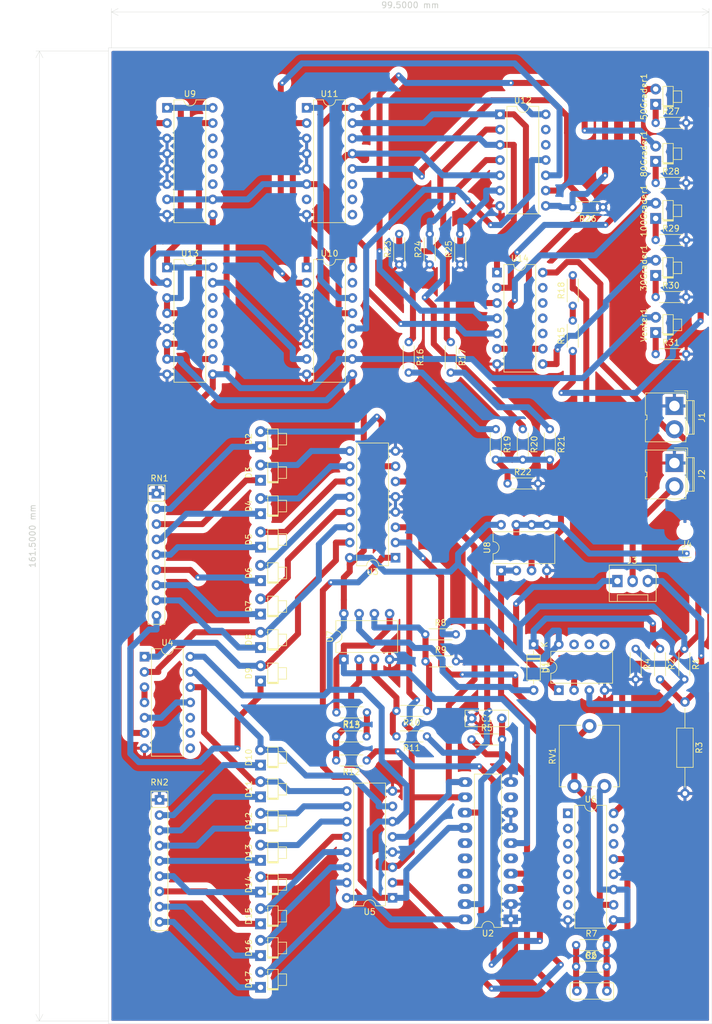
<source format=kicad_pcb>
(kicad_pcb (version 20240108) (generator "pcbnew") (generator_version "8.0")
  (layers (0 "F.Cu" signal) (31 "B.Cu" signal) (34 "B.Paste" user) (35 "F.Paste" user) (36 "B.SilkS" user "B.Silkscreen") (37 "F.SilkS" user "F.Silkscreen") (38 "B.Mask" user) (39 "F.Mask" user) (44 "Edge.Cuts" user))
  (net 0 "")
  (net 1 "+5V")
  (net 2 "GND")
  (net 3 "Afv_displ_adc")
  (net 4 "Net-(U2-CLK_R)")
  (net 5 "Net-(C2-Pad1)")
  (net 6 "Net-(D1-K)")
  (net 7 "Net-(D2-A)")
  (net 8 "Net-(D2-K)")
  (net 9 "Net-(D3-K)")
  (net 10 "Net-(D3-A)")
  (net 11 "Net-(D4-A)")
  (net 12 "Net-(D4-K)")
  (net 13 "Net-(D5-K)")
  (net 14 "Net-(D5-A)")
  (net 15 "Net-(D6-K)")
  (net 16 "Net-(D6-A)")
  (net 17 "Net-(D7-K)")
  (net 18 "Net-(D7-A)")
  (net 19 "Net-(D9-A)")
  (net 20 "Net-(30Grader1-A)")
  (net 21 "Net-(30Grader1-K)")
  (net 22 "Net-(D12-K)")
  (net 23 "Net-(D12-A)")
  (net 24 "Net-(D13-A)")
  (net 25 "Net-(D13-K)")
  (net 26 "Net-(D14-K)")
  (net 27 "Net-(D14-A)")
  (net 28 "Net-(D15-A)")
  (net 29 "Net-(D15-K)")
  (net 30 "Net-(D16-K)")
  (net 31 "Net-(D16-A)")
  (net 32 "Net-(D17-A)")
  (net 33 "Net-(D17-K)")
  (net 34 "Net-(50Grader1-K)")
  (net 35 "Sp_v")
  (net 36 "/ADC Convertor/WR_in")
  (net 37 "Net-(U1A-+)")
  (net 38 "Net-(U2-CLK_IN)")
  (net 39 "Net-(U7A-+)")
  (net 40 "Net-(50Grader1-A)")
  (net 41 "Net-(R16-Pad2)")
  (net 42 "/ADC Convertor/DB5")
  (net 44 "/ADC Convertor/DB6")
  (net 46 "/ADC Convertor/DB7")
  (net 48 "/ADC Convertor/DB4")
  (net 52 "Net-(80Grader1-K)")
  (net 53 "Net-(80Grader1-A)")
  (net 54 "Net-(100Grader1-K)")
  (net 55 "Net-(100Grader1-A)")
  (net 56 "/Analog styring Differensforstærker/V-Ovn")
  (net 57 "Net-(R15-Pad2)")
  (net 58 "Net-(R17-Pad2)")
  (net 59 "Net-(J3-Pin_3)")
  (net 60 "Net-(J3-Pin_1)")
  (net 61 "Net-(Venter1-K)")
  (net 62 "Net-(R13-Pad2)")
  (net 63 "/Digital Oscillator/100Hz")
  (net 65 "Net-(D8-A)")
  (net 66 "/Afvigelsesdisplay/Steady state")
  (net 67 "Net-(D10-A)")
  (net 68 "Net-(D11-A)")
  (net 69 "10V-30V")
  (net 70 "/Analog styring spændingsdeler/80°C")
  (net 71 "/Analog styring spændingsdeler/100°C")
  (net 72 "/Analog styring spændingsdeler/50°C")
  (net 74 "/Analog styring spændingsdeler/30°C")
  (net 77 "Net-(U6-~{Φ0})")
  (net 78 "Net-(D8-K)")
  (net 79 "Net-(D9-K)")
  (net 80 "Net-(D10-K)")
  (net 81 "Net-(D11-K)")
  (net 82 "Net-(U7B--)")
  (net 83 "Net-(U7A--)")
  (net 84 "Net-(U8A-+)")
  (net 85 "Net-(U6-Φ0)")
  (net 87 "Net-(U4-2A)")
  (net 88 "Net-(U4-3A)")
  (net 101 "Net-(U13-CET)")
  (net 103 "Net-(U10-CEP)")
  (net 106 "Net-(U10-Q0)")
  (net 107 "Net-(U10-~{MR})")
  (net 108 "Net-(U10-Q1)")
  (net 109 "Net-(U10-Q2)")
  (net 110 "Net-(U11-Y2)")
  (net 112 "Net-(U11-Y1)")
  (net 114 "Net-(U11-Y3)")
  (net 116 "Net-(U11-Y0)")
  (net 128 "LM35_out")
  (footprint "LED_THT:LED_D1.8mm_W1.8mm_H2.4mm_Horizontal_O1.27mm_Z8.2mm" (layer "F.Cu") (at 154.125 43.87 90)
    (property "Reference" "80Grader1")
    (property "Value" "LED")
  )
  (footprint "Resistor_THT:R_Axial_DIN0204_L3.6mm_D1.6mm_P5.08mm_Horizontal" (layer "F.Cu") (at 106.04 135.62 180)
    (property "Reference" "R14")
    (property "Value" "11.5K")
  )
  (footprint "Package_DIP:DIP-16_W7.62mm" (layer "F.Cu") (at 110.3 166.495 180)
    (property "Reference" "U5")
    (property "Value" "74HC238N")
  )
  (footprint "Resistor_THT:R_Axial_DIN0204_L3.6mm_D1.6mm_P5.08mm_Horizontal" (layer "F.Cu") (at 154.125 66.46)
    (property "Reference" "R30")
    (property "Value" "R")
  )
  (footprint "Resistor_THT:R_Axial_DIN0204_L3.6mm_D1.6mm_P5.08mm_Horizontal" (layer "F.Cu") (at 123.465 140.12)
    (property "Reference" "R5")
    (property "Value" "100K")
  )
  (footprint "Resistor_THT:R_Axial_DIN0204_L3.6mm_D1.6mm_P5.08mm_Horizontal" (layer "F.Cu") (at 150.8 125.04 -90)
    (property "Reference" "R4")
    (property "Value" "300")
  )
  (footprint "Diode_THT:D_DO-35_SOD27_P7.62mm_Horizontal" (layer "F.Cu") (at 133.8 124.31 -90)
    (property "Reference" "D1")
    (property "Value" "1N4148")
  )
  (footprint "Resistor_THT:R_Axial_DIN0207_L6.3mm_D2.5mm_P15.24mm_Horizontal" (layer "F.Cu") (at 159 133.88 -90)
    (property "Reference" "R3")
    (property "Value" "0.1")
  )
  (footprint "LED_THT:LED_D1.8mm_W1.8mm_H2.4mm_Horizontal_O1.27mm_Z8.2mm" (layer "F.Cu") (at 88.325 181.3929 90)
    (property "Reference" "D17")
    (property "Value" "R")
  )
  (footprint "Package_DIP:DIP-14_W7.62mm" (layer "F.Cu") (at 127.7 62.375)
    (property "Reference" "U14")
    (property "Value" "SN74HC04N")
  )
  (footprint "Resistor_THT:R_Axial_DIN0204_L3.6mm_D1.6mm_P5.08mm_Horizontal" (layer "F.Cu") (at 140.88 174.3575)
    (property "Reference" "R7")
    (property "Value" "123K6")
  )
  (footprint "Package_DIP:DIP-16_W7.62mm" (layer "F.Cu") (at 72.75 61.54)
    (property "Reference" "U13")
    (property "Value" "SN74HC163N")
  )
  (footprint "Package_DIP:DIP-16_W7.62mm" (layer "F.Cu") (at 96 61.54)
    (property "Reference" "U10")
    (property "Value" "SN74HC163N")
  )
  (footprint "Package_DIP:DIP-20_W7.62mm_LongPads" (layer "F.Cu") (at 130 170.08 180)
    (property "Reference" "U2")
    (property "Value" "ADC0804LCN")
  )
  (footprint "LED_THT:LED_D1.8mm_W1.8mm_H2.4mm_Horizontal_O1.27mm_Z8.2mm" (layer "F.Cu") (at 88.325 170.8215 90)
    (property "Reference" "D15")
    (property "Value" "R")
  )
  (footprint "Package_DIP:DIP-16_W7.62mm" (layer "F.Cu") (at 72.75 34.96)
    (property "Reference" "U9")
    (property "Value" "SN74HC163N")
  )
  (footprint "LED_THT:LED_D1.8mm_W1.8mm_H2.4mm_Horizontal_O1.27mm_Z8.2mm" (layer "F.Cu") (at 88.325 176.1072 90)
    (property "Reference" "D16")
    (property "Value" "R")
  )
  (footprint "LED_THT:LED_D1.8mm_W1.8mm_H2.4mm_Horizontal_O1.27mm_Z8.2mm" (layer "F.Cu") (at 154.125 34.37 90)
    (property "Reference" "50Grader1")
    (property "Value" "LED")
  )
  (footprint "LED_THT:LED_D1.8mm_W1.8mm_H2.4mm_Horizontal_O1.27mm_Z8.2mm" (layer "F.Cu") (at 154.125 62.87 90)
    (property "Reference" "30Grader1")
    (property "Value" "LED")
  )
  (footprint "Package_DIP:DIP-16_W7.62mm" (layer "F.Cu") (at 139.5 152.42)
    (property "Reference" "U6")
    (property "Value" "74HC4060")
  )
  (footprint "Resistor_THT:R_Axial_DIN0204_L3.6mm_D1.6mm_P5.08mm_Horizontal" (layer "F.Cu") (at 129.46 97.5)
    (property "Reference" "R22")
    (property "Value" "100K")
  )
  (footprint "Potentiometer_THT:Potentiometer_ACP_CA9-V10_Vertical" (layer "F.Cu") (at 145.595 147.8825 90)
    (property "Reference" "RV1")
    (property "Value" "R_Potentiometer_Small")
  )
  (footprint "LED_THT:LED_D1.8mm_W1.8mm_H2.4mm_Horizontal_O1.27mm_Z8.2mm" (layer "F.Cu") (at 88.325 160.25 90)
    (property "Reference" "D13")
    (property "Value" "R")
  )
  (footprint "Resistor_THT:R_Axial_DIN0204_L3.6mm_D1.6mm_P5.08mm_Horizontal" (layer "F.Cu") (at 121.58 61.04 90)
    (property "Reference" "R25")
    (property "Value" "R")
  )
  (footprint "Capacitor_THT:C_Disc_D7.0mm_W2.5mm_P5.00mm" (layer "F.Cu") (at 141 182)
    (property "Reference" "C2")
    (property "Value" "100 nF")
  )
  (footprint "Connector:JWT_A3963_1x02_P3.96mm_Vertical" (layer "F.Cu") (at 157.25 84.5925 -90)
    (property "Reference" "J1")
    (property "Value" "Conn_01x02_Pin")
  )
  (footprint "Connector:JWT_A3963_1x02_P3.96mm_Vertical" (layer "F.Cu") (at 157.25 94.0925 -90)
    (property "Reference" "J2")
    (property "Value" "Conn_01x02_Pin")
  )
  (footprint "LED_THT:LED_D1.8mm_W1.8mm_H2.4mm_Horizontal_O1.27mm_Z8.2mm" (layer "F.Cu") (at 88.325 130.3929 90)
    (property "Reference" "D9")
    (property "Value" "GR")
  )
  (footprint "Package_DIP:DIP-14_W7.62mm" (layer "F.Cu") (at 128.2 36.035)
    (property "Reference" "U12")
    (property "Value" "SN74HC04N")
  )
  (footprint "LED_THT:LED_D1.8mm_W1.8mm_H2.4mm_Horizontal_O1.27mm_Z8.2mm" (layer "F.Cu") (at 88.325 96.9643 90)
    (property "Reference" "D3")
    (property "Value" "LED")
  )
  (footprint "Resistor_THT:R_Axial_DIN0204_L3.6mm_D1.6mm_P5.08mm_Horizontal" (layer "F.Cu") (at 106 143.62 180)
    (property "Reference" "R12")
    (property "Value" "10K")
  )
  (footprint "LED_THT:LED_D1.8mm_W1.8mm_H2.4mm_Horizontal_O1.27mm_Z8.2mm" (layer "F.Cu") (at 88.325 108.1072 90)
    (property "Reference" "D5")
    (property "Value" "R")
  )
  (footprint "Resistor_THT:R_Axial_DIN0204_L3.6mm_D1.6mm_P5.08mm_Horizontal" (layer "F.Cu") (at 115.8 127.12)
    (property "Reference" "R9")
    (property "Value" "11.5K")
  )
  (footprint "LED_THT:LED_D1.8mm_W1.8mm_H2.4mm_Horizontal_O1.27mm_Z8.2mm" (layer "F.Cu") (at 88.325 124.8215 90)
    (property "Reference" "D8")
    (property "Value" "GU")
  )
  (footprint "Resistor_THT:R_Axial_DIN0204_L3.6mm_D1.6mm_P5.08mm_Horizontal" (layer "F.Cu") (at 154.125 47.46)
    (property "Reference" "R28")
    (property "Value" "R")
  )
  (footprint "LED_THT:LED_D1.8mm_W1.8mm_H2.4mm_Horizontal_O1.27mm_Z8.2mm" (layer "F.Cu") (at 88.325 102.5358 90)
    (property "Reference" "D4")
    (property "Value" "R")
  )
  (footprint "Package_DIP:DIP-14_W7.62mm" (layer "F.Cu") (at 69 126.34)
    (property "Reference" "U4")
    (property "Value" "SN74HC86")
  )
  (footprint "Package_DIP:DIP-8_W7.62mm" (layer "F.Cu") (at 128.38 112 90)
    (property "Reference" "U8")
    (property "Value" "MCP6002-xMC")
  )
  (footprint "Package_DIP:DIP-8_W7.62mm" (layer "F.Cu") (at 138 131.92 90)
    (property "Reference" "U1")
    (property "Value" "MCP6002-xMC")
  )
  (footprint "LED_THT:LED_D1.8mm_W1.8mm_H2.4mm_Horizontal_O1.27mm_Z8.2mm" (layer "F.Cu") (at 88.325 144.3929 90)
    (property "Reference" "D10")
    (property "Value" "GR")
  )
  (footprint "LED_THT:LED_D1.8mm_W1.8mm_H2.4mm_Horizontal_O1.27mm_Z8.2mm" (layer "F.Cu") (at 88.325 165.5358 90)
    (property "Reference" "D14")
    (property "Value" "R")
  )
  (footprint "LED_THT:LED_D1.8mm_W1.8mm_H2.4mm_Horizontal_O1.27mm_Z8.2mm" (layer "F.Cu") (at 88.325 149.6786 90)
    (property "Reference" "D11")
    (property "Value" "GU")
  )
  (footprint "Connector:FanPinHeader_1x03_P2.54mm_Vertical" (layer "F.Cu") (at 147.75 113.745)
    (property "Reference" "J3")
    (property "Value" "Conn_01x03_Socket")
  )
  (footprint "LED_THT:LED_D1.8mm_W1.8mm_H2.4mm_Horizontal_O1.27mm_Z8.2mm" (layer "F.Cu") (at 88.325 91.3929 90)
    (property "Reference" "D2")
    (property "Value" "R")
  )
  (footprint "Package_DIP:DIP-16_W7.62mm" (layer "F.Cu") (at 96 34.96)
    (property "Reference" "U11")
    (property "Value" "74HC138N")
  )
  (footprint "Resistor_THT:R_Axial_DIN0204_L3.6mm_D1.6mm_P5.08mm_Horizontal" (layer "F.Cu") (at 140.88 177.945)
    (property "Reference" "R6")
    (property "Value" "4.3k")
  )
  (footprint "Resistor_THT:R_Axial_DIN0204_L3.6mm_D1.6mm_P5.08mm_Horizontal" (layer "F.Cu") (at 145.36 51.5 180)
    (property "Reference" "R26")
    (property "Value" "R")
  )
  (footprint "Resistor_THT:R_Axial_DIN0204_L3.6mm_D1.6mm_P5.08mm_Horizontal" (layer "F.Cu") (at 116.5 61.04 90)
    (property "Reference" "R24")
    (property "Value" "R")
  )
  (footprint "Resistor_THT:R_Array_SIP9" (layer "F.Cu") (at 71 99.1929 -90)
    (property "Reference" "RN1")
    (property "Value" "R_Network08")
  )
  (footprint "Resistor_THT:R_Axial_DIN0204_L3.6mm_D1.6mm_P5.08mm_Horizontal" (layer "F.Cu") (at 100.92 139.62)
    (property "Reference" "R13")
    (property "Value" "301K")
  )
  (footprint "Resistor_THT:R_Axial_DIN0204_L3.6mm_D1.6mm_P5.08mm_Horizontal" (layer "F.Cu") (at 154.85 125.04 -90)
    (property "Reference" "R2")
    (property "Value" "20k")
  )
  (footprint "LED_THT:LED_D1.8mm_W1.8mm_H2.4mm_Horizontal_O1.27mm_Z8.2mm" (layer "F.Cu") (at 88.325 154.9643 90)
    (property "Reference" "D12")
    (property "Value" "R")
  )
  (footprint "Resistor_THT:R_Axial_DIN0204_L3.6mm_D1.6mm_P5.08mm_Horizontal" (layer "F.Cu") (at 116.04 139.62 180)
    (property "Reference" "R11")
    (property "Value" "10K")
  )
  (footprint "Resistor_THT:R_Axial_DIN0204_L3.6mm_D1.6mm_P5.08mm_Horizontal" (layer "F.Cu") (at 154.125 75.96)
    (property "Reference" "R31")
    (property "Value" "R")
  )
  (footprint "Resistor_THT:R_Axial_DIN0204_L3.6mm_D1.6mm_P5.08mm_Horizontal" (layer "F.Cu") (at 154.125 37.46)
    (property "Reference" "R27")
    (property "Value" "R")
  )
  (footprint "Capacitor_THT:C_Disc_D7.0mm_W2.5mm_P5.00mm" (layer "F.Cu") (at 123.505 136.62)
    (property "Reference" "C1")
    (property "Value" "150nF")
  )
  (footprint "Resistor_THT:R_Axial_DIN0204_L3.6mm_D1.6mm_P5.08mm_Horizontal" (layer "F.Cu") (at 154.125 56.96)
    (property "Reference" "R29")
    (property "Value" "R")
  )
  (footprint "LED_THT:LED_D1.8mm_W1.8mm_H2.4mm_Horizontal_O1.27mm_Z8.2mm" (layer "F.Cu") (at 88.325 119.25 90)
    (property "Reference" "D7")
    (property "Value" "R")
  )
  (footprint "Resistor_THT:R_Axial_DIN0204_L3.6mm_D1.6mm_P5.08mm_Horizontal" (layer "F.Cu") (at 115.76 122.62)
    (property "Reference" "R8")
    (property "Value" "11.5K")
  )
  (footprint "Resistor_THT:R_Axial_DIN0204_L3.6mm_D1.6mm_P5.08mm_Horizontal" (layer "F.Cu") (at 140.32 67.915 90)
    (property "Reference" "R18")
    (property "Value" "15K")
  )
  (footprint "Package_DIP:DIP-8_W7.62mm" (layer "F.Cu") (at 102.2 126.8 90)
    (property "Reference" "U7")
    (property "Value" "MCP6002-xMC")
  )
  (footprint "Resistor_THT:R_Array_SIP9" (layer "F.Cu") (at 71.5 150.1829 -90)
    (property "Reference" "RN2")
    (property "Value" "R_Network08")
  )
  (footprint "Resistor_THT:R_Axial_DIN0204_L3.6mm_D1.6mm_P5.08mm_Horizontal" (layer "F.Cu") (at 116.04 135.37 180)
    (property "Reference" "R10")
    (property "Value" "301K")
  )
  (footprint "LED_THT:LED_D1.8mm_W1.8mm_H2.4mm_Horizontal_O1.27mm_Z8.2mm" (layer "F.Cu") (at 88.325 113.6786 90)
    (property "Reference" "D6")
    (property "Value" "R")
  )
  (footprint "Resistor_THT:R_Axial_DIN0204_L3.6mm_D1.6mm_P5.08mm_Horizontal" (layer "F.Cu") (at 127.5 88.46 -90)
    (property "Reference" "R19")
    (property "Value" "475K")
  )
  (footprint "Resistor_THT:R_Axial_DIN0204_L3.6mm_D1.6mm_P5.08mm_Horizontal" (layer "F.Cu") (at 158.9 125.04 -90)
    (property "Reference" "R1")
    (property "Value" "15k")
  )
  (footprint "Resistor_THT:R_Axial_DIN0204_L3.6mm_D1.6mm_P5.08mm_Horizontal" (layer "F.Cu") (at 132 88.46 -90)
    (property "Reference" "R20")
    (property "Value" "300K")
  )
  (footprint "LED_THT:LED_D1.8mm_W1.8mm_H2.4mm_Horizontal_O1.27mm_Z8.2mm" (layer "F.Cu") (at 154.125 72.37 90)
    (property "Reference" "Venter1")
    (property "Value" "LED")
  )
  (footprint "Package_DIP:DIP-16_W7.62mm" (layer "F.Cu") (at 110.8 109.875 180)
    (property "Reference" "U3")
    (property "Value" "74HC238N")
  )
  (footprint "Resistor_THT:R_Axial_DIN0204_L3.6mm_D1.6mm_P5.08mm_Horizontal" (layer "F.Cu") (at 113 73.96 -90)
    (property "Reference" "R16")
    (property "Value" "5.6K")
  )
  (footprint "Resistor_THT:R_Axial_DIN0204_L3.6mm_D1.6mm_P5.08mm_Horizontal" (layer "F.Cu") (at 120 73.96 -90)
    (property "Reference" "R17")
    (property "Value" "237K")
  )
  (footprint "Resistor_THT:R_Axial_DIN0204_L3.6mm_D1.6mm_P5.08mm_Horizontal" (layer "F.Cu") (at 111.42 61.04 90)
    (property "Reference" "R23")
    (property "Value" "R")
  )
  (footprint "Resistor_THT:R_Axial_DIN0204_L3.6mm_D1.6mm_P5.08mm_Horizontal" (layer "F.Cu") (at 140.32 75.455 90)
    (property "Reference" "R15")
    (property "Value" "787K")
  )
  (footprint "Connector_PinHeader_1.00mm:PinHeader_1x01_P1.00mm_Vertical" (layer "F.Cu") (at 159.3 109.16)
    (property "Reference" "J4")
    (property "Value" "LM35")
  )
  (footprint "Resistor_THT:R_Axial_DIN0204_L3.6mm_D1.6mm_P5.08mm_Horizontal" (layer "F.Cu") (at 136.5 88.46 -90)
    (property "Reference" "R21")
    (property "Value" "2.6K")
  )
  (footprint "LED_THT:LED_D1.8mm_W1.8mm_H2.4mm_Horizontal_O1.27mm_Z8.2mm" (layer "F.Cu") (at 154.125 53.37 90)
    (property "Reference" "100Grader1")
    (property "Value" "LED")
  )
  (gr_rect (start 63 24.96) (end 163.5 187.46) (stroke (width 0.05)) (fill none) (layer "Edge.Cuts"))
  (dimension (type aligned) (layer "Edge.Cuts") (pts (xy 63.5 25.5) (xy 163 25.5)) (height -6.5) (gr_text "99.5000 mm" (at 113.25 17.85 0) (layer "Edge.Cuts") (effects (font (size 1 1) (thickness 0.15)))) (format (prefix "") (suffix "") (units 3) (units_format 1) (precision 4)) (style (thickness 0.05) (arrow_length 1.27) (text_position_mode 0) (extension_height 0.58642) (extension_offset 0.5) keep_text_aligned))
  (dimension (type aligned) (layer "Edge.Cuts") (pts (xy 63.5 25.5) (xy 63.5 187)) (height 11.999999) (gr_text "161.5000 mm" (at 50.350001 106.25 90) (layer "Edge.Cuts") (effects (font (size 1 1) (thickness 0.15)))) (format (prefix "") (suffix "") (units 3) (units_format 1) (precision 4)) (style (thickness 0.05) (arrow_length 1.27) (text_position_mode 0) (extension_height 0.58642) (extension_offset 0.5) keep_text_aligned))
  (segment (start 72.75 76.78) (end 72.75 74.24) (width 1) (layer "F.Cu") (net 1))
  (segment (start 98.3017 37.9766) (end 98.3017 47.66) (width 1) (layer "F.Cu") (net 1))
  (segment (start 157.25 88.4725) (end 161.2267 92.4492) (width 1) (layer "F.Cu") (net 1))
  (segment (start 96 47.66) (end 97.8009 47.66) (width 1) (layer "F.Cu") (net 1))
  (segment (start 105.5155 108.6903) (end 103.18 111.0258) (width 1) (layer "F.Cu") (net 1))
  (segment (start 75.0517 50.2015) (end 75.0502 50.2) (width 1) (layer "F.Cu") (net 1))
  (segment (start 150.2782 127.5227) (end 156.4173 127.5227) (width 1) (layer "F.Cu") (net 1))
  (segment (start 103.62 79.32) (end 103.62 81.6217) (width 1) (layer "F.Cu") (net 1))
  (segment (start 156.005 88.4725) (end 157.25 88.4725) (width 1) (layer "F.Cu") (net 1))
  (segment (start 72.75 34.96) (end 75.0517 34.96) (width 1) (layer "F.Cu") (net 1))
  (segment (start 137.6217 62.375) (end 139.3634 60.6333) (width 1) (layer "F.Cu") (net 1))
  (segment (start 102.2 113.1567) (end 102.2 116.8783) (width 1) (layer "F.Cu") (net 1))
  (segment (start 75.0517 56.9366) (end 75.0517 50.2015) (width 1) (layer "F.Cu") (net 1))
  (segment (start 139.3634 60.6333) (end 141.2618 60.6333) (width 1) (layer "F.Cu") (net 1))
  (segment (start 161.2267 92.4492) (end 161.2267 122.7133) (width 1) (layer "F.Cu") (net 1))
  (segment (start 72.75 69.16) (end 72.75 66.62) (width 1) (layer "F.Cu") (net 1))
  (segment (start 72.75 69.16) (end 75.0517 69.16) (width 1) (layer "F.Cu") (net 1))
  (segment (start 98.3002 47.66) (end 99.3166 48.6764) (width 1) (layer "F.Cu") (net 1))
  (segment (start 103.18 111.0258) (end 103.18 112.1767) (width 1) (layer "F.Cu") (net 1))
  (segment (start 156.4173 127.5227) (end 158.9 125.04) (width 1) (layer "F.Cu") (net 1))
  (segment (start 75.0502 50.2) (end 75.0517 50.2) (width 1) (layer "F.Cu") (net 1))
  (segment (start 103.62 34.96) (end 101.3183 34.96) (width 1) (layer "F.Cu") (net 1))
  (segment (start 144.917 64.2885) (end 144.917 77.3845) (width 1) (layer "F.Cu") (net 1))
  (segment (start 147.12 152.42) (end 148.5551 150.9849) (width 1) (layer "F.Cu") (net 1))
  (segment (start 103.62 61.54) (end 103.62 59.2383) (width 1) (layer "F.Cu") (net 1))
  (segment (start 103.18 112.1767) (end 102.2 113.1567) (width 1) (layer "F.Cu") (net 1))
  (segment (start 135.32 62.375) (end 137.6217 62.375) (width 1) (layer "F.Cu") (net 1))
  (segment (start 99.3166 54.9349) (end 103.62 59.2383) (width 1) (layer "F.Cu") (net 1))
  (segment (start 72.75 61.54) (end 72.75 59.2383) (width 1) (layer "F.Cu") (net 1))
  (segment (start 105.5155 83.5172) (end 105.5155 108.6903) (width 1) (layer "F.Cu") (net 1))
  (segment (start 101.3183 34.96) (end 98.3017 37.9766) (width 1) (layer "F.Cu") (net 1))
  (segment (start 103.62 81.6217) (end 105.5155 83.5172) (width 1) (layer "F.Cu") (net 1))
  (segment (start 161.2267 122.7133) (end 158.9 125.04) (width 1) (layer "F.Cu") (net 1))
  (segment (start 144.917 77.3845) (end 156.005 88.4725) (width 1) (layer "F.Cu") (net 1))
  (segment (start 148.5551 150.9849) (end 148.5551 129.2458) (width 1) (layer "F.Cu") (net 1))
  (segment (start 75.0517 34.96) (end 75.0517 50.2) (width 1) (layer "F.Cu") (net 1))
  (segment (start 148.5551 129.2458) (end 150.2782 127.5227) (width 1) (layer "F.Cu") (net 1))
  (segment (start 72.75 50.2) (end 75.0502 50.2) (width 1) (layer "F.Cu") (net 1))
  (segment (start 141.2618 60.6333) (end 144.917 64.2885) (width 1) (layer "F.Cu") (net 1))
  (segment (start 72.75 74.24) (end 75.0517 74.24) (width 1) (layer "F.Cu") (net 1))
  (segment (start 75.0517 69.16) (end 75.0517 74.24) (width 1) (layer "F.Cu") (net 1))
  (segment (start 103.18 109.875) (end 103.18 111.0258) (width 1) (layer "F.Cu") (net 1))
  (segment (start 97.8009 47.66) (end 98.3002 47.66) (width 1) (layer "F.Cu") (net 1))
  (segment (start 98.3002 47.66) (end 98.3017 47.66) (width 1) (layer "F.Cu") (net 1))
  (segment (start 72.75 59.2383) (end 75.0517 56.9366) (width 1) (layer "F.Cu") (net 1))
  (segment (start 102.2 119.18) (end 102.2 116.8783) (width 1) (layer "F.Cu") (net 1))
  (segment (start 99.3166 48.6764) (end 99.3166 54.9349) (width 1) (layer "F.Cu") (net 1))
  (segment (start 106.49 166.495) (end 104.9817 166.495) (width 1) (layer "B.Cu") (net 1))
  (segment (start 102.2 119.18) (end 102.2 121.4817) (width 1) (layer "B.Cu") (net 1))
  (segment (start 72.75 50.2) (end 80.37 50.2) (width 1) (layer "B.Cu") (net 1))
  (segment (start 138 124.3) (end 138 121.9983) (width 1) (layer "B.Cu") (net 1))
  (segment (start 107.1484 33.7333) (end 131.2166 33.7333) (width 1) (layer "B.Cu") (net 1))
  (segment (start 102.2 121.4817) (end 99.854 123.8277) (width 1) (layer "B.Cu") (net 1))
  (segment (start 103.18 109.875) (end 105.4817 109.875) (width 1) (layer "B.Cu") (net 1))
  (segment (start 86.1778 50.2) (end 88.7178 47.66) (width 1) (layer "B.Cu") (net 1))
  (segment (start 99.854 131.8464) (end 98.9041 132.7963) (width 1) (layer "B.Cu") (net 1))
  (segment (start 109.9493 153.795) (end 107.9983 153.795) (width 1) (layer "B.Cu") (net 1))
  (segment (start 99.3074 83.6326) (end 81.4275 83.6326) (width 1) (layer "B.Cu") (net 1))
  (segment (start 131.4983 121.1656) (end 121.2199 110.8872) (width 1) (layer "B.Cu") (net 1))
  (segment (start 112.636 152.2139) (end 111.0549 153.795) (width 1) (layer "B.Cu") (net 1))
  (segment (start 111.0549 153.795) (end 110.3 153.795) (width 1) (layer "B.Cu") (net 1))
  (segment (start 85.378 132.7963) (end 78.9217 126.34) (width 1) (layer "B.Cu") (net 1))
  (segment (start 106.49 166.495) (end 110.075 170.08) (width 1) (layer "B.Cu") (net 1))
  (segment (start 102.68 166.495) (end 104.9817 166.495) (width 1) (layer "B.Cu") (net 1))
  (segment (start 136.1017 122.9422) (end 137.0456 121.9983) (width 1) (layer "B.Cu") (net 1))
  (segment (start 131.4983 125.732) (end 132.378 126.6117) (width 1) (layer "B.Cu") (net 1))
  (segment (start 136.1017 125.732) (end 136.1017 122.9422) (width 1) (layer "B.Cu") (net 1))
  (segment (start 126.1151 120.3654) (end 119.9069 120.3654) (width 1) (layer "B.Cu") (net 1))
  (segment (start 108.5 143.635) (end 112.636 147.771) (width 1) (layer "B.Cu") (net 1))
  (segment (start 110.075 170.08) (end 122.38 170.08) (width 1) (layer "B.Cu") (net 1))
  (segment (start 72.75 76.78) (end 75.0517 76.78) (width 1) (layer "B.Cu") (net 1))
  (segment (start 109.9493 153.795) (end 110.3 153.795) (width 1) (layer "B.Cu") (net 1))
  (segment (start 131.2166 33.7333) (end 133.5183 36.035) (width 1) (layer "B.Cu") (net 1))
  (segment (start 135.6426 126.6574) (end 132.4071 126.6574) (width 1) (layer "B.Cu") (net 1))
  (segment (start 109.0223 112.1863) (end 106.711 109.875) (width 1) (layer "B.Cu") (net 1))
  (segment (start 88.7178 47.66) (end 96 47.66) (width 1) (layer "B.Cu") (net 1))
  (segment (start 99.854 123.8277) (end 99.854 131.8464) (width 1) (layer "B.Cu") (net 1))
  (segment (start 81.4275 83.6326) (end 75.0517 77.2568) (width 1) (layer "B.Cu") (net 1))
  (segment (start 76.62 126.34) (end 78.9217 126.34) (width 1) (layer "B.Cu") (net 1))
  (segment (start 105.9217 34.96) (end 107.1484 33.7333) (width 1) (layer "B.Cu") (net 1))
  (segment (start 103.62 79.32) (end 99.3074 83.6326) (width 1) (layer "B.Cu") (net 1))
  (segment (start 98.9041 132.7963) (end 85.378 132.7963) (width 1) (layer "B.Cu") (net 1))
  (segment (start 118.6383 121.634) (end 118.6383 122.62) (width 1) (layer "B.Cu") (net 1))
  (segment (start 105.4408 131.8464) (end 108.5 134.9056) (width 1) (layer "B.Cu") (net 1))
  (segment (start 138 124.3) (end 135.6426 126.6574) (width 1) (layer "B.Cu") (net 1))
  (segment (start 131.4983 121.1656) (end 134.6903 117.9736) (width 1) (layer "B.Cu") (net 1))
  (segment (start 153.7329 117.9736) (end 158.9 123.1407) (width 1) (layer "B.Cu") (net 1))
  (segment (start 132.378 126.6117) (end 135.222 126.6117) (width 1) (layer "B.Cu") (net 1))
  (segment (start 135.222 126.6117) (end 136.1017 125.732) (width 1) (layer "B.Cu") (net 1))
  (segment (start 99.854 131.8464) (end 105.4408 131.8464) (width 1) (layer "B.Cu") (net 1))
  (segment (start 80.37 61.54) (end 75.0517 61.54) (width 1) (layer "B.Cu") (net 1))
  (segment (start 106.49 166.495) (end 106.49 155.3033) (width 1) (layer "B.Cu") (net 1))
  (segment (start 119.9069 120.3654) (end 118.6383 121.634) (width 1) (layer "B.Cu") (net 1))
  (segment (start 106.711 109.875) (end 105.4817 109.875) (width 1) (layer "B.Cu") (net 1))
  (segment (start 103.62 34.96) (end 105.9217 34.96) (width 1) (layer "B.Cu") (net 1))
  (segment (start 75.0517 77.2568) (end 75.0517 76.78) (width 1) (layer "B.Cu") (net 1))
  (segment (start 120.84 122.62) (end 118.6383 122.62) (width 1) (layer "B.Cu") (net 1))
  (segment (start 80.37 34.96) (end 72.75 34.96) (width 1) (layer "B.Cu") (net 1))
  (segment (start 121.2199 110.8872) (end 121.2199 109.2384) (width 1) (layer "B.Cu") (net 1))
  (segment (start 108.5 134.9056) (end 108.5 143.635) (width 1) (layer "B.Cu") (net 1))
  (segment (start 75.0517 61.54) (end 75.0517 66.62) (width 1) (layer "B.Cu") (net 1))
  (segment (start 106.49 155.3033) (end 107.9983 153.795) (width 1) (layer "B.Cu") (net 1))
  (segment (start 128.38 104.38) (end 126.0783 104.38) (width 1) (layer "B.Cu") (net 1))
  (segment (start 112.636 147.771) (end 112.636 152.2139) (width 1) (layer "B.Cu") (net 1))
  (segment (start 135.82 36.035) (end 133.5183 36.035) (width 1) (layer "B.Cu") (net 1))
  (segment (start 72.75 66.62) (end 75.0517 66.62) (width 1) (layer "B.Cu") (net 1))
  (segment (start 121.2199 109.2384) (end 126.0783 104.38) (width 1) (layer "B.Cu") (net 1))
  (segment (start 119.9208 112.1863) (end 109.0223 112.1863) (width 1) (layer "B.Cu") (net 1))
  (segment (start 132.4071 126.6574) (end 126.1151 120.3654) (width 1) (layer "B.Cu") (net 1))
  (segment (start 121.2199 110.8872) (end 119.9208 112.1863) (width 1) (layer "B.Cu") (net 1))
  (segment (start 75.0517 61.54) (end 72.75 61.54) (width 1) (layer "B.Cu") (net 1))
  (segment (start 134.6903 117.9736) (end 153.7329 117.9736) (width 1) (layer "B.Cu") (net 1))
  (segment (start 131.4983 121.1656) (end 131.4983 125.732) (width 1) (layer "B.Cu") (net 1))
  (segment (start 158.9 123.1407) (end 158.9 125.04) (width 1) (layer "B.Cu") (net 1))
  (segment (start 80.37 50.2) (end 86.1778 50.2) (width 1) (layer "B.Cu") (net 1))
  (segment (start 137.0456 121.9983) (end 138 121.9983) (width 1) (layer "B.Cu") (net 1))
  (segment (start 100.96 135.62) (end 100.96 126.8891) (width 1) (layer "F.Cu") (net 3))
  (segment (start 100.96 126.8891) (end 102.2 125.6491) (width 1) (layer "F.Cu") (net 3))
  (segment (start 102.2 125.6491) (end 102.2 124.4983) (width 1) (layer "F.Cu") (net 3))
  (segment (start 106.8034 124.4983) (end 109.82 121.4817) (width 1) (layer "F.Cu") (net 3))
  (segment (start 102.2 124.4983) (end 106.8034 124.4983) (width 1) (layer "F.Cu") (net 3))
  (segment (start 109.82 119.18) (end 109.82 121.4817) (width 1) (layer "F.Cu") (net 3))
  (segment (start 102.2 126.8) (end 102.2 125.6491) (width 1) (layer "F.Cu") (net 3))
  (segment (start 132.7017 157.38) (end 132.7017 137.492) (width 1) (layer "B.Cu") (net 3))
  (segment (start 130 157.38) (end 132.7017 157.38) (width 1) (layer "B.Cu") (net 3))
  (segment (start 128.5906 133.3809) (end 117.3278 133.3809) (width 1) (layer "B.Cu") (net 3))
  (segment (start 102.2 126.8) (end 102.2 129.1017) (width 1) (layer "B.Cu") (net 3))
  (segment (start 113.0486 129.1017) (end 102.2 129.1017) (width 1) (layer "B.Cu") (net 3))
  (segment (start 132.7017 137.492) (end 128.5906 133.3809) (width 1) (layer "B.Cu") (net 3))
  (segment (start 117.3278 133.3809) (end 113.0486 129.1017) (width 1) (layer "B.Cu") (net 3))
  (segment (start 128.545 136.66) (end 128.545 140.12) (width 1) (layer "F.Cu") (net 4))
  (segment (start 128.505 136.62) (end 128.545 136.66) (width 1) (layer "F.Cu") (net 4))
  (segment (start 128.545 143.6109) (end 128.545 142.3217) (width 1) (layer "B.Cu") (net 4))
  (segment (start 125.0817 167.54) (end 125.0817 147.0742) (width 1) (layer "B.Cu") (net 4))
  (segment (start 125.0817 147.0742) (end 128.545 143.6109) (width 1) (layer "B.Cu") (net 4))
  (segment (start 122.38 167.54) (end 125.0817 167.54) (width 1) (layer "B.Cu") (net 4))
  (segment (start 128.545 140.12) (end 128.545 142.3217) (width 1) (layer "B.Cu") (net 4))
  (segment (start 140.88 181.88) (end 140.88 177.945) (width 1) (layer "F.Cu") (net 5))
  (segment (start 141 182) (end 140.88 181.88) (width 1) (layer "F.Cu") (net 5))
  (segment (start 140.88 177.945) (end 140.88 174.3575) (width 1) (layer "F.Cu") (net 5))
  (segment (start 139.1083 129.6183) (end 133.8 124.31) (width 1) (layer "F.Cu") (net 6))
  (segment (start 140.54 131.92) (end 140.54 129.6183) (width 1) (layer "F.Cu") (net 6))
  (segment (start 153.6698 123.8598) (end 153.6698 120.7986) (width 1) (layer "F.Cu") (net 6))
  (segment (start 140.54 129.6183) (end 139.1083 129.6183) (width 1) (layer "F.Cu") (net 6))
  (segment (start 154.85 125.04) (end 153.6698 123.8598) (width 1) (layer "F.Cu") (net 6))
  (via (at 153.6698 120.7986) (size 0.8) (drill 0.4) (layers "F.Cu" "B.Cu") (net 6))
  (segment (start 152.864 119.9928) (end 135.8155 119.9928) (width 1) (layer "B.Cu") (net 6))
  (segment (start 135.8155 119.9928) (end 133.8 122.0083) (width 1) (layer "B.Cu") (net 6))
  (segment (start 133.8 124.31) (end 133.8 122.0083) (width 1) (layer "B.Cu") (net 6))
  (segment (start 153.6698 120.7986) (end 152.864 119.9928) (width 1) (layer "B.Cu") (net 6))
  (segment (start 108.4983 94.635) (end 108.4983 87.1702) (width 1) (layer "F.Cu") (net 7))
  (segment (start 108.4983 87.1702) (end 107.6964 86.3683) (width 1) (layer "F.Cu") (net 7))
  (segment (start 110.8 94.635) (end 108.4983 94.635) (width 1) (layer "F.Cu") (net 7))
  (via (at 107.6964 86.3683) (size 0.8) (drill 0.4) (layers "F.Cu" "B.Cu") (net 7))
  (segment (start 88.325 88.8529) (end 105.2118 88.8529) (width 1) (layer "B.Cu") (net 7))
  (segment (start 105.2118 88.8529) (end 107.6964 86.3683) (width 1) (layer "B.Cu") (net 7))
  (segment (start 73.3017 101.7329) (end 83.6417 91.3929) (width 1) (layer "B.Cu") (net 8))
  (segment (start 71 101.7329) (end 73.3017 101.7329) (width 1) (layer "B.Cu") (net 8))
  (segment (start 83.6417 91.3929) (end 88.325 91.3929) (width 1) (layer "B.Cu") (net 8))
  (segment (start 85.9233 96.9643) (end 78.6147 104.2729) (width 1) (layer "F.Cu") (net 9))
  (segment (start 78.6147 104.2729) (end 71 104.2729) (width 1) (layer "F.Cu") (net 9))
  (segment (start 88.325 96.9643) (end 85.9233 96.9643) (width 1) (layer "F.Cu") (net 9))
  (segment (start 94.445 94.4243) (end 88.325 94.4243) (width 1) (layer "B.Cu") (net 10))
  (segment (start 103.18 92.095) (end 96.7743 92.095) (width 1) (layer "B.Cu") (net 10))
  (segment (start 96.7743 92.095) (end 94.445 94.4243) (width 1) (layer "B.Cu") (net 10))
  (segment (start 99.9994 94.635) (end 94.6386 99.9958) (width 1) (layer "B.Cu") (net 11))
  (segment (start 103.18 94.635) (end 99.9994 94.635) (width 1) (layer "B.Cu") (net 11))
  (segment (start 94.6386 99.9958) (end 88.325 99.9958) (width 1) (layer "B.Cu") (net 11))
  (segment (start 75.9922 102.5358) (end 71.7151 106.8129) (width 1) (layer "B.Cu") (net 12))
  (segment (start 71.7151 106.8129) (end 71 106.8129) (width 1) (layer "B.Cu") (net 12))
  (segment (start 88.325 102.5358) (end 75.9922 102.5358) (width 1) (layer "B.Cu") (net 12))
  (segment (start 74.5474 108.1072) (end 88.325 108.1072) (width 1) (layer "B.Cu") (net 13))
  (segment (start 71 109.3529) (end 73.3017 109.3529) (width 1) (layer "B.Cu") (net 13))
  (segment (start 73.3017 109.3529) (end 74.5474 108.1072) (width 1) (layer "B.Cu") (net 13))
  (segment (start 100.8783 97.175) (end 92.4861 105.5672) (width 1) (layer "F.Cu") (net 14))
  (segment (start 103.18 97.175) (end 100.8783 97.175) (width 1) (layer "F.Cu") (net 14))
  (segment (start 92.4861 105.5672) (end 88.325 105.5672) (width 1) (layer "F.Cu") (net 14))
  (segment (start 71 111.8929) (end 76.6328 111.8929) (width 1) (layer "F.Cu") (net 15))
  (segment (start 76.6328 111.8929) (end 77.8973 113.1574) (width 1) (layer "F.Cu") (net 15))
  (via (at 77.8973 113.1574) (size 0.8) (drill 0.4) (layers "F.Cu" "B.Cu") (net 15))
  (segment (start 77.8973 113.1574) (end 85.4021 113.1574) (width 1) (layer "B.Cu") (net 15))
  (segment (start 85.4021 113.1574) (end 85.9233 113.6786) (width 1) (layer "B.Cu") (net 15))
  (segment (start 88.325 113.6786) (end 85.9233 113.6786) (width 1) (layer "B.Cu") (net 15))
  (segment (start 89.4547 111.1386) (end 88.325 111.1386) (width 1) (layer "B.Cu") (net 16))
  (segment (start 100.8783 99.715) (end 89.4547 111.1386) (width 1) (layer "B.Cu") (net 16))
  (segment (start 103.18 99.715) (end 100.8783 99.715) (width 1) (layer "B.Cu") (net 16))
  (segment (start 71 114.4329) (end 76.342 114.4329) (width 1) (layer "B.Cu") (net 17))
  (segment (start 81.1591 119.25) (end 88.325 119.25) (width 1) (layer "B.Cu") (net 17))
  (segment (start 76.342 114.4329) (end 81.1591 119.25) (width 1) (layer "B.Cu") (net 17))
  (segment (start 100.8783 102.255) (end 92.874 110.2593) (width 1) (layer "F.Cu") (net 18))
  (segment (start 89.3044 116.71) (end 88.325 116.71) (width 1) (layer "F.Cu") (net 18))
  (segment (start 92.874 113.1404) (end 89.3044 116.71) (width 1) (layer "F.Cu") (net 18))
  (segment (start 103.18 102.255) (end 100.8783 102.255) (width 1) (layer "F.Cu") (net 18))
  (segment (start 92.874 110.2593) (end 92.874 113.1404) (width 1) (layer "F.Cu") (net 18))
  (segment (start 94.5627 122.5399) (end 89.2497 127.8529) (width 1) (layer "F.Cu") (net 19))
  (segment (start 89.2497 127.8529) (end 88.325 127.8529) (width 1) (layer "F.Cu") (net 19))
  (segment (start 100.8783 110.2948) (end 94.5627 116.6104) (width 1) (layer "F.Cu") (net 19))
  (segment (start 100.8783 107.335) (end 100.8783 110.2948) (width 1) (layer "F.Cu") (net 19))
  (segment (start 103.18 107.335) (end 100.8783 107.335) (width 1) (layer "F.Cu") (net 19))
  (segment (start 94.5627 116.6104) (end 94.5627 122.5399) (width 1) (layer "F.Cu") (net 19))
  (segment (start 71.3017 126.34) (end 73.6131 124.0286) (width 1) (layer "B.Cu") (net 19))
  (segment (start 73.6131 124.0286) (end 80.9732 124.0286) (width 1) (layer "B.Cu") (net 19))
  (segment (start 80.9732 124.0286) (end 84.7975 127.8529) (width 1) (layer "B.Cu") (net 19))
  (segment (start 84.7975 127.8529) (end 88.325 127.8529) (width 1) (layer "B.Cu") (net 19))
  (segment (start 69 126.34) (end 71.3017 126.34) (width 1) (layer "B.Cu") (net 19))
  (segment (start 135.32 77.615) (end 137.6217 77.615) (width 1) (layer "F.Cu") (net 20))
  (segment (start 137.6217 75.3843) (end 137.8036 75.2024) (width 1) (layer "F.Cu") (net 20))
  (segment (start 137.6217 77.615) (end 137.6217 75.3843) (width 1) (layer "F.Cu") (net 20))
  (via (at 137.8036 75.2024) (size 0.8) (drill 0.4) (layers "F.Cu" "B.Cu") (net 20))
  (segment (start 145.8357 67.987) (end 140.9077 72.915) (width 1) (layer "B.Cu") (net 20))
  (segment (start 154.125 60.33) (end 152.7247 60.33) (width 1) (layer "B.Cu") (net 20))
  (segment (start 152.7247 60.33) (end 145.8357 67.219) (width 1) (layer "B.Cu") (net 20))
  (segment (start 137.8036 74.7831) (end 137.8036 75.2024) (width 1) (layer "B.Cu") (net 20))
  (segment (start 140.9077 72.915) (end 139.6717 72.915) (width 1) (layer "B.Cu") (net 20))
  (segment (start 139.6717 72.915) (end 137.8036 74.7831) (width 1) (layer "B.Cu") (net 20))
  (segment (start 145.8357 67.219) (end 145.8357 67.987) (width 1) (layer "B.Cu") (net 20))
  (segment (start 154.125 66.46) (end 154.125 62.87) (width 1) (layer "F.Cu") (net 21))
  (segment (start 80.5545 154.9643) (end 88.325 154.9643) (width 1) (layer "B.Cu") (net 22))
  (segment (start 71.5 157.8029) (end 77.7159 157.8029) (width 1) (layer "B.Cu") (net 22))
  (segment (start 77.7159 157.8029) (end 80.5545 154.9643) (width 1) (layer "B.Cu") (net 22))
  (segment (start 94.3856 152.4243) (end 88.325 152.4243) (width 1) (layer "B.Cu") (net 23))
  (segment (start 102.68 151.255) (end 95.5549 151.255) (width 1) (layer "B.Cu") (net 23))
  (segment (start 95.5549 151.255) (end 94.3856 152.4243) (width 1) (layer "B.Cu") (net 23))
  (segment (start 98.435 153.795) (end 94.52 157.71) (width 1) (layer "B.Cu") (net 24))
  (segment (start 94.52 157.71) (end 88.325 157.71) (width 1) (layer "B.Cu") (net 24))
  (segment (start 102.68 153.795) (end 98.435 153.795) (width 1) (layer "B.Cu") (net 24))
  (segment (start 71.5 160.3429) (end 85.8304 160.3429) (width 1) (layer "B.Cu") (net 25))
  (segment (start 85.8304 160.3429) (end 85.9233 160.25) (width 1) (layer "B.Cu") (net 25))
  (segment (start 88.325 160.25) (end 85.9233 160.25) (width 1) (layer "B.Cu") (net 25))
  (segment (start 71.5 162.8829) (end 73.8017 162.8829) (width 1) (layer "B.Cu") (net 26))
  (segment (start 73.8017 162.8829) (end 76.4546 165.5358) (width 1) (layer "B.Cu") (net 26))
  (segment (start 76.4546 165.5358) (end 88.325 165.5358) (width 1) (layer "B.Cu") (net 26))
  (segment (start 93.7175 162.9958) (end 88.325 162.9958) (width 1) (layer "F.Cu") (net 27))
  (segment (start 102.68 156.335) (end 100.3783 156.335) (width 1) (layer "F.Cu") (net 27))
  (segment (start 100.3783 156.335) (end 93.7175 162.9958) (width 1) (layer "F.Cu") (net 27))
  (segment (start 89.503 168.2815) (end 88.325 168.2815) (width 1) (layer "B.Cu") (net 28))
  (segment (start 98.9095 158.875) (end 89.503 168.2815) (width 1) (layer "B.Cu") (net 28))
  (segment (start 102.68 158.875) (end 98.9095 158.875) (width 1) (layer "B.Cu") (net 28))
  (segment (start 79.242 165.4229) (end 71.5 165.4229) (width 1) (layer "F.Cu") (net 29))
  (segment (start 84.6406 170.8215) (end 79.242 165.4229) (width 1) (layer "F.Cu") (net 29))
  (segment (start 88.325 170.8215) (end 84.6406 170.8215) (width 1) (layer "F.Cu") (net 29))
  (segment (start 71.5 167.9629) (end 75.7082 167.9629) (width 1) (layer "B.Cu") (net 30))
  (segment (start 83.8525 176.1072) (end 88.325 176.1072) (width 1) (layer "B.Cu") (net 30))
  (segment (start 75.7082 167.9629) (end 83.8525 176.1072) (width 1) (layer "B.Cu") (net 30))
  (segment (start 89.5469 173.5672) (end 92.2252 170.8889) (width 1) (layer "B.Cu") (net 31))
  (segment (start 100.028 161.415) (end 102.68 161.415) (width 1) (layer "B.Cu") (net 31))
  (segment (start 92.2252 169.2178) (end 100.028 161.415) (width 1) (layer "B.Cu") (net 31))
  (segment (start 92.2252 170.8889) (end 92.2252 169.2178) (width 1) (layer "B.Cu") (net 31))
  (segment (start 88.325 173.5672) (end 89.5469 173.5672) (width 1) (layer "B.Cu") (net 31))
  (segment (start 102.68 163.955) (end 100.3783 163.955) (width 1) (layer "B.Cu") (net 32))
  (segment (start 89.5081 178.8529) (end 88.325 178.8529) (width 1) (layer "B.Cu") (net 32))
  (segment (start 100.3783 167.9827) (end 89.5081 178.8529) (width 1) (layer "B.Cu") (net 32))
  (segment (start 100.3783 163.955) (end 100.3783 167.9827) (width 1) (layer "B.Cu") (net 32))
  (segment (start 84.6917 181.3929) (end 88.325 181.3929) (width 1) (layer "B.Cu") (net 33))
  (segment (start 73.8017 170.5029) (end 84.6917 181.3929) (width 1) (layer "B.Cu") (net 33))
  (segment (start 71.5 170.5029) (end 73.8017 170.5029) (width 1) (layer "B.Cu") (net 33))
  (segment (start 154.125 37.46) (end 154.125 34.37) (width 1) (layer "F.Cu") (net 34))
  (segment (start 127.1287 147.0023) (end 124.7257 144.5993) (width 1) (layer "F.Cu") (net 35))
  (segment (start 111.2007 142.1011) (end 107.5189 142.1011) (width 1) (layer "F.Cu") (net 35))
  (segment (start 134.8453 139.23) (end 134.8453 173.6709) (width 1) (layer "F.Cu") (net 35))
  (segment (start 128.38 132.7647) (end 134.8453 139.23) (width 1) (layer "F.Cu") (net 35))
  (segment (start 127.1287 177.3167) (end 127.1287 147.0023) (width 1) (layer "F.Cu") (net 35))
  (segment (start 126.8062 177.6392) (end 127.1287 177.3167) (width 1) (layer "F.Cu") (net 35))
  (segment (start 107.5189 142.1011) (end 106 143.62) (width 1) (layer "F.Cu") (net 35))
  (segment (start 128.38 112) (end 128.38 132.7647) (width 1) (layer "F.Cu") (net 35))
  (via (at 124.7257 144.5993) (size 0.8) (drill 0.4) (layers "F.Cu" "B.Cu") (net 35))
  (via (at 134.8453 173.6709) (size 0.8) (drill 0.4) (layers "F.Cu" "B.Cu") (net 35))
  (via (at 111.2007 142.1011) (size 0.8) (drill 0.4) (layers "F.Cu" "B.Cu") (net 35))
  (via (at 126.8062 177.6392) (size 0.8) (drill 0.4) (layers "F.Cu" "B.Cu") (net 35))
  (segment (start 124.7257 144.5993) (end 113.6989 144.5993) (width 1) (layer "B.Cu") (net 35))
  (segment (start 134.8453 173.6709) (end 130.7745 173.6709) (width 1) (layer "B.Cu") (net 35))
  (segment (start 130.7745 173.6709) (end 126.8062 177.6392) (width 1) (layer "B.Cu") (net 35))
  (segment (start 113.6989 144.5993) (end 111.2007 142.1011) (width 1) (layer "B.Cu") (net 35))
  (segment (start 130.92 112) (end 128.38 112) (width 1) (layer "B.Cu") (net 35))
  (segment (start 149.4217 181.8959) (end 149.4217 160.04) (width 1) (layer "F.Cu") (net 36))
  (segment (start 148.9209 160.04) (end 149.4202 160.04) (width 1) (layer "F.Cu") (net 36))
  (segment (start 93.4698 64.08) (end 96 64.08) (width 1) (layer "F.Cu") (net 36))
  (segment (start 70.9492 64.08) (end 70.4498 64.08) (width 1) (layer "F.Cu") (net 36))
  (segment (start 140.0749 184.3566) (end 146.961 184.3566) (width 1) (layer "F.Cu") (net 36))
  (segment (start 146.961 184.3566) (end 149.4217 181.8959) (width 1) (layer "F.Cu") (net 36))
  (segment (start 72.75 37.5) (end 70.4483 37.5) (width 1) (layer "F.Cu") (net 36))
  (segment (start 72.75 64.08) (end 70.9492 64.08) (width 1) (layer "F.Cu") (net 36))
  (segment (start 132.6009 165) (end 132.7017 165.1008) (width 1) (layer "F.Cu") (net 36))
  (segment (start 149.4202 160.04) (end 149.4217 160.04) (width 1) (layer "F.Cu") (net 36))
  (segment (start 132.7017 165.1008) (end 132.7017 176.9834) (width 1) (layer "F.Cu") (net 36))
  (segment (start 147.12 160.04) (end 148.9209 160.04) (width 1) (layer "F.Cu") (net 36))
  (segment (start 70.4498 64.08) (end 70.4483 64.08) (width 1) (layer "F.Cu") (net 36))
  (segment (start 130 165) (end 132.6009 165) (width 1) (layer "F.Cu") (net 36))
  (segment (start 91.9483 62.5585) (end 93.4698 64.08) (width 1) (layer "F.Cu") (net 36))
  (segment (start 132.7017 176.9834) (end 140.0749 184.3566) (width 1) (layer "F.Cu") (net 36))
  (segment (start 70.4483 64.08) (end 70.4483 37.5) (width 1) (layer "F.Cu") (net 36))
  (via (at 91.9483 62.5585) (size 0.8) (drill 0.4) (layers "F.Cu" "B.Cu") (net 36))
  (segment (start 88.5969 59.2071) (end 91.9483 62.5585) (width 1) (layer "B.Cu") (net 36))
  (segment (start 71.3048 59.2071) (end 88.5969 59.2071) (width 1) (layer "B.Cu") (net 36))
  (segment (start 72.75 64.08) (end 71.45 64.08) (width 1) (layer "B.Cu") (net 36))
  (segment (start 70.4483 63.0783) (end 70.4483 60.0636) (width 1) (layer "B.Cu") (net 36))
  (segment (start 70.4483 60.0636) (end 71.3048 59.2071) (width 1) (layer "B.Cu") (net 36))
  (segment (start 71.45 64.08) (end 70.4483 63.0783) (width 1) (layer "B.Cu") (net 36))
  (segment (start 158.9 130.12) (end 156.3025 127.5225) (width 1) (layer "B.Cu") (net 37))
  (segment (start 156.3025 127.5225) (end 153.2825 127.5225) (width 1) (layer "B.Cu") (net 37))
  (segment (start 143.08 134.2217) (end 154.7983 134.2217) (width 1) (layer "B.Cu") (net 37))
  (segment (start 154.7983 134.2217) (end 158.9 130.12) (width 1) (layer "B.Cu") (net 37))
  (segment (start 143.08 131.92) (end 143.08 134.2217) (width 1) (layer "B.Cu") (net 37))
  (segment (start 153.2825 127.5225) (end 150.8 125.04) (width 1) (layer "B.Cu") (net 37))
  (segment (start 129.1028 142.5991) (end 125.9441 142.5991) (width 1) (layer "F.Cu") (net 38))
  (segment (start 130 162.46) (end 132.7017 162.46) (width 1) (layer "F.Cu") (net 38))
  (segment (start 132.7017 146.198) (end 129.1028 142.5991) (width 1) (layer "F.Cu") (net 38))
  (segment (start 132.7017 162.46) (end 132.7017 146.198) (width 1) (layer "F.Cu") (net 38))
  (segment (start 125.9441 142.5991) (end 123.465 140.12) (width 1) (layer "F.Cu") (net 38))
  (segment (start 107.28 129.1017) (end 107.28 129.4883) (width 1) (layer "F.Cu") (net 39))
  (segment (start 110.3535 135.9765) (end 110.3535 139.0135) (width 1) (layer "F.Cu") (net 39))
  (segment (start 107.28 129.4883) (end 110.96 133.1683) (width 1) (layer "F.Cu") (net 39))
  (segment (start 110.96 135.37) (end 110.96 133.1683) (width 1) (layer "F.Cu") (net 39))
  (segment (start 110.96 135.37) (end 110.3535 135.9765) (width 1) (layer "F.Cu") (net 39))
  (segment (start 107.28 126.8) (end 107.28 129.1017) (width 1) (layer "F.Cu") (net 39))
  (segment (start 110.3535 139.0135) (end 110.96 139.62) (width 1) (layer "F.Cu") (net 39))
  (segment (start 150.1786 34.3489) (end 152.6975 31.83) (width 1) (layer "F.Cu") (net 40))
  (segment (start 152.6975 31.83) (end 154.125 31.83) (width 1) (layer "F.Cu") (net 40))
  (segment (start 130.0017 64.915) (end 130.0017 60.0507) (width 1) (layer "F.Cu") (net 40))
  (segment (start 150.1786 50.0379) (end 150.1786 34.3489) (width 1) (layer "F.Cu") (net 40))
  (segment (start 127.7 64.915) (end 130.0017 64.915) (width 1) (layer "F.Cu") (net 40))
  (segment (start 130.0017 60.0507) (end 131.0707 58.9817) (width 1) (layer "F.Cu") (net 40))
  (segment (start 145.7701 54.4464) (end 150.1786 50.0379) (width 1) (layer "F.Cu") (net 40))
  (via (at 131.0707 58.9817) (size 0.8) (drill 0.4) (layers "F.Cu" "B.Cu") (net 40))
  (via (at 145.7701 54.4464) (size 0.8) (drill 0.4) (layers "F.Cu" "B.Cu") (net 40))
  (segment (start 135.606 54.4464) (end 145.7701 54.4464) (width 1) (layer "B.Cu") (net 40))
  (segment (start 131.0707 58.9817) (end 135.606 54.4464) (width 1) (layer "B.Cu") (net 40))
  (segment (start 124.6217 88.46) (end 115.2017 79.04) (width 1) (layer "B.Cu") (net 41))
  (segment (start 113 79.04) (end 115.2017 79.04) (width 1) (layer "B.Cu") (net 41))
  (segment (start 127.5 88.46) (end 124.6217 88.46) (width 1) (layer "B.Cu") (net 41))
  (segment (start 119.9678 129.3217) (end 121.9467 129.3217) (width 1) (layer "F.Cu") (net 42))
  (segment (start 130.7479 129.4573) (end 130.7479 132.1329) (width 1) (layer "F.Cu") (net 42))
  (segment (start 115.3626 109.9401) (end 118.4121 112.9896) (width 1) (layer "F.Cu") (net 42))
  (segment (start 112.6017 163.955) (end 112.6017 164.0589) (width 1) (layer "F.Cu") (net 42))
  (segment (start 122.38 152.3) (end 125.0817 152.3) (width 1) (layer "F.Cu") (net 42))
  (segment (start 123.7334 178.5347) (end 126.8062 181.6075) (width 1) (layer "F.Cu") (net 42))
  (segment (start 137.1379 176.4426) (end 138.3345 177.6392) (width 1) (layer "F.Cu") (net 42))
  (segment (start 137.1379 138.5229) (end 137.1379 176.4426) (width 1) (layer "F.Cu") (net 42))
  (segment (start 123.7334 172.3817) (end 125.0817 171.0334) (width 1) (layer "F.Cu") (net 42))
  (segment (start 112.6017 164.0589) (end 120.9245 172.3817) (width 1) (layer "F.Cu") (net 42))
  (segment (start 121.9467 129.3217) (end 121.9633 129.3051) (width 1) (layer "F.Cu") (net 42))
  (segment (start 130.7479 132.1329) (end 137.1379 138.5229) (width 1) (layer "F.Cu") (net 42))
  (segment (start 123.7334 172.3817) (end 123.7334 178.5347) (width 1) (layer "F.Cu") (net 42))
  (segment (start 118.4121 112.9896) (end 118.4121 127.766) (width 1) (layer "F.Cu") (net 42))
  (segment (start 120.9245 172.3817) (end 123.7334 172.3817) (width 1) (layer "F.Cu") (net 42))
  (segment (start 125.0817 171.0334) (end 125.0817 152.3) (width 1) (layer "F.Cu") (net 42))
  (segment (start 110.3 163.955) (end 112.6017 163.955) (width 1) (layer "F.Cu") (net 42))
  (segment (start 118.4121 127.766) (end 119.9678 129.3217) (width 1) (layer "F.Cu") (net 42))
  (via (at 121.9633 129.3051) (size 0.8) (drill 0.4) (layers "F.Cu" "B.Cu") (net 42))
  (via (at 115.3626 109.9401) (size 0.8) (drill 0.4) (layers "F.Cu" "B.Cu") (net 42))
  (via (at 126.8062 181.6075) (size 0.8) (drill 0.4) (layers "F.Cu" "B.Cu") (net 42))
  (via (at 130.7479 129.4573) (size 0.8) (drill 0.4) (layers "F.Cu" "B.Cu") (net 42))
  (via (at 138.3345 177.6392) (size 0.8) (drill 0.4) (layers "F.Cu" "B.Cu") (net 42))
  (segment (start 110.8 107.335) (end 113.1017 107.335) (width 1) (layer "B.Cu") (net 42))
  (segment (start 134.3662 181.6075) (end 126.8062 181.6075) (width 1) (layer "B.Cu") (net 42))
  (segment (start 113.1017 107.6792) (end 115.3626 109.9401) (width 1) (layer "B.Cu") (net 42))
  (segment (start 121.9633 129.3051) (end 130.5957 129.3051) (width 1) (layer "B.Cu") (net 42))
  (segment (start 130.5957 129.3051) (end 130.7479 129.4573) (width 1) (layer "B.Cu") (net 42))
  (segment (start 113.1017 107.335) (end 113.1017 107.6792) (width 1) (layer "B.Cu") (net 42))
  (segment (start 138.3345 177.6392) (end 134.3662 181.6075) (width 1) (layer "B.Cu") (net 42))
  (segment (start 113.1017 132.2966) (end 113.1017 104.795) (width 1) (layer "F.Cu") (net 44))
  (segment (start 113.4978 149.76) (end 113.4978 158.9323) (width 1) (layer "F.Cu") (net 44))
  (segment (start 107.9983 160.4604) (end 107.9983 161.415) (width 1) (layer "F.Cu") (net 44))
  (segment (start 110.3 161.415) (end 107.9983 161.415) (width 1) (layer "F.Cu") (net 44))
  (segment (start 113.4978 138.6937) (end 113.4978 149.76) (width 1) (layer "F.Cu") (net 44))
  (segment (start 111.2534 161.1767) (end 109.3466 161.1767) (width 1) (layer "F.Cu") (net 44))
  (segment (start 114.3952 133.5901) (end 113.1017 132.2966) (width 1) (layer "F.Cu") (net 44))
  (segment (start 108.1073 160.3514) (end 107.9983 160.4604) (width 1) (layer "F.Cu") (net 44))
  (segment (start 108.5213 160.3514) (end 108.1073 160.3514) (width 1) (layer "F.Cu") (net 44))
  (segment (start 109.3466 161.1767) (end 108.5213 160.3514) (width 1) (layer "F.Cu") (net 44))
  (segment (start 110.8 104.795) (end 113.1017 104.795) (width 1) (layer "F.Cu") (net 44))
  (segment (start 112.3552 137.5511) (end 113.4978 138.6937) (width 1) (layer "F.Cu") (net 44))
  (segment (start 113.4978 158.9323) (end 111.2534 161.1767) (width 1) (layer "F.Cu") (net 44))
  (segment (start 122.38 149.76) (end 113.4978 149.76) (width 1) (layer "F.Cu") (net 44))
  (via (at 114.3952 133.5901) (size 0.8) (drill 0.4) (layers "F.Cu" "B.Cu") (net 44))
  (via (at 112.3552 137.5511) (size 0.8) (drill 0.4) (layers "F.Cu" "B.Cu") (net 44))
  (segment (start 112.3552 137.5511) (end 113.1629 136.7434) (width 1) (layer "B.Cu") (net 44))
  (segment (start 113.1629 136.7434) (end 113.1629 134.8224) (width 1) (layer "B.Cu") (net 44))
  (segment (start 113.1629 134.8224) (end 114.3952 133.5901) (width 1) (layer "B.Cu") (net 44))
  (segment (start 110.8 97.175) (end 113.1017 97.175) (width 1) (layer "F.Cu") (net 46))
  (segment (start 123.965 130.1342) (end 123.965 108.0383) (width 1) (layer "F.Cu") (net 46))
  (segment (start 119.6783 147.22) (end 119.6783 134.4209) (width 1) (layer "F.Cu") (net 46))
  (segment (start 119.6783 134.4209) (end 123.965 130.1342) (width 1) (layer "F.Cu") (net 46))
  (segment (start 122.38 147.22) (end 119.6783 147.22) (width 1) (layer "F.Cu") (net 46))
  (segment (start 123.965 108.0383) (end 113.1017 97.175) (width 1) (layer "F.Cu") (net 46))
  (segment (start 119.6783 149.2584) (end 119.6783 147.22) (width 1) (layer "B.Cu") (net 46))
  (segment (start 122.38 147.22) (end 119.6783 147.22) (width 1) (layer "B.Cu") (net 46))
  (segment (start 112.6017 156.335) (end 119.6783 149.2584) (width 1) (layer "B.Cu") (net 46))
  (segment (start 110.3 156.335) (end 112.6017 156.335) (width 1) (layer "B.Cu") (net 46))
  (segment (start 98.6989 144.5621) (end 98.6989 115.305) (width 1) (layer "F.Cu") (net 48))
  (segment (start 100.4774 146.3406) (end 98.6989 144.5621) (width 1) (layer "F.Cu") (net 48))
  (segment (start 106.283 112.2778) (end 108.4983 110.0625) (width 1) (layer "F.Cu") (net 48))
  (segment (start 103.5992 146.3406) (end 100.4774 146.3406) (width 1) (layer "F.Cu") (net 48))
  (segment (start 110.8 109.875) (end 108.4983 109.875) (width 1) (layer "F.Cu") (net 48))
  (segment (start 110.3 166.495) (end 107.9983 166.495) (width 1) (layer "F.Cu") (net 48))
  (segment (start 104.9965 147.7379) (end 103.5992 146.3406) (width 1) (layer "F.Cu") (net 48))
  (segment (start 98.6989 115.305) (end 100.0429 113.961) (width 1) (layer "F.Cu") (net 48))
  (segment (start 104.9965 163.4932) (end 104.9965 147.7379) (width 1) (layer "F.Cu") (net 48))
  (segment (start 107.9983 166.495) (end 104.9965 163.4932) (width 1) (layer "F.Cu") (net 48))
  (segment (start 108.4983 110.0625) (end 108.4983 109.875) (width 1) (layer "F.Cu") (net 48))
  (via (at 106.283 112.2778) (size 0.8) (drill 0.4) (layers "F.Cu" "B.Cu") (net 48))
  (via (at 100.0429 113.961) (size 0.8) (drill 0.4) (layers "F.Cu" "B.Cu") (net 48))
  (segment (start 110.3 166.495) (end 112.6017 166.495) (width 1) (layer "B.Cu") (net 48))
  (segment (start 119.6783 154.84) (end 112.6017 161.9166) (width 1) (layer "B.Cu") (net 48))
  (segment (start 104.5998 113.961) (end 106.283 112.2778) (width 1) (layer "B.Cu") (net 48))
  (segment (start 122.38 154.84) (end 119.6783 154.84) (width 1) (layer "B.Cu") (net 48))
  (segment (start 112.6017 161.9166) (end 112.6017 166.495) (width 1) (layer "B.Cu") (net 48))
  (segment (start 100.0429 113.961) (end 104.5998 113.961) (width 1) (layer "B.Cu") (net 48))
  (segment (start 154.125 47.46) (end 154.125 43.87) (width 1) (layer "F.Cu") (net 52))
  (segment (start 142.2986 38.7487) (end 142.2986 36.4006) (width 1) (layer "F.Cu") (net 53))
  (segment (start 108.1417 58.8325) (end 108.1417 32.7421) (width 1) (layer "F.Cu") (net 53))
  (segment (start 142.2986 36.4006) (end 136.7101 30.8121) (width 1) (layer "F.Cu") (net 53))
  (segment (start 108.1417 32.7421) (end 111.3138 29.57) (width 1) (layer "F.Cu") (net 53))
  (segment (start 136.7101 30.8121) (end 130.0185 30.8121) (width 1) (layer "F.Cu") (net 53))
  (via (at 142.2986 38.7487) (size 0.8) (drill 0.4) (layers "F.Cu" "B.Cu") (net 53))
  (via (at 111.3138 29.57) (size 0.8) (drill 0.4) (layers "F.Cu" "B.Cu") (net 53))
  (via (at 108.1417 58.8325) (size 0.8) (drill 0.4) (layers "F.Cu" "B.Cu") (net 53))
  (via (at 130.0185 30.8121) (size 0.8) (drill 0.4) (layers "F.Cu" "B.Cu") (net 53))
  (segment (start 123.8659 68.7307) (end 115.008 68.7307) (width 1) (layer "B.Cu") (net 53))
  (segment (start 151.5437 38.7487) (end 142.2986 38.7487) (width 1) (layer "B.Cu") (net 53))
  (segment (start 130.0185 30.8121) (end 112.5559 30.8121) (width 1) (layer "B.Cu") (net 53))
  (segment (start 154.125 41.33) (end 151.5437 38.7487) (width 1) (layer "B.Cu") (net 53))
  (segment (start 112.5559 30.8121) (end 111.3138 29.57) (width 1) (layer "B.Cu") (net 53))
  (segment (start 125.1302 69.995) (end 123.8659 68.7307) (width 1) (layer "B.Cu") (net 53))
  (segment (start 127.7 69.995) (end 125.1302 69.995) (width 1) (layer "B.Cu") (net 53))
  (segment (start 115.008 68.7307) (end 108.1417 61.8644) (width 1) (layer "B.Cu") (net 53))
  (segment (start 108.1417 61.8644) (end 108.1417 58.8325) (width 1) (layer "B.Cu") (net 53))
  (segment (start 154.125 56.96) (end 154.125 53.37) (width 1) (layer "F.Cu") (net 54))
  (segment (start 127.7 75.075) (end 130.0017 75.075) (width 1) (layer "F.Cu") (net 55))
  (segment (start 130.0017 75.075) (end 130.0017 67.6406) (width 1) (layer "F.Cu") (net 55))
  (segment (start 130.0017 67.6406) (end 130.6793 66.963) (width 1) (layer "F.Cu") (net 55))
  (via (at 130.6793 66.963) (size 0.8) (drill 0.4) (layers "F.Cu" "B.Cu") (net 55))
  (segment (start 144.0456 59.5215) (end 152.7371 50.83) (width 1) (layer "B.Cu") (net 55))
  (segment (start 134.8651 59.5215) (end 144.0456 59.5215) (width 1) (layer "B.Cu") (net 55))
  (segment (start 152.7371 50.83) (end 154.125 50.83) (width 1) (layer "B.Cu") (net 55))
  (segment (start 130.6793 66.963) (end 130.6793 63.7073) (width 1) (layer "B.Cu") (net 55))
  (segment (start 130.6793 63.7073) (end 134.8651 59.5215) (width 1) (layer "B.Cu") (net 55))
  (segment (start 130.3898 131.93) (end 131.4983 131.93) (width 1) (layer "B.Cu") (net 56))
  (segment (start 118.6353 126.795) (end 118.6353 128.8079) (width 1) (layer "B.Cu") (net 56))
  (segment (start 121.2066 131.3792) (end 129.839 131.3792) (width 1) (layer "B.Cu") (net 56))
  (segment (start 113.95 124.89) (end 116.7303 124.89) (width 1) (layer "B.Cu") (net 56))
  (segment (start 129.839 131.3792) (end 130.3898 131.93) (width 1) (layer "B.Cu") (net 56))
  (segment (start 106.8882 123.9909) (end 113.0509 123.9909) (width 1) (layer "B.Cu") (net 56))
  (segment (start 104.74 121.8427) (end 106.8882 123.9909) (width 1) (layer "B.Cu") (net 56))
  (segment (start 104.74 119.18) (end 104.74 121.8427) (width 1) (layer "B.Cu") (net 56))
  (segment (start 113.0509 123.9909) (end 113.95 124.89) (width 1) (layer "B.Cu") (net 56))
  (segment (start 133.8 131.93) (end 131.4983 131.93) (width 1) (layer "B.Cu") (net 56))
  (segment (start 116.7303 124.89) (end 118.6353 126.795) (width 1) (layer "B.Cu") (net 56))
  (segment (start 118.6353 128.8079) (end 121.2066 131.3792) (width 1) (layer "B.Cu") (net 56))
  (segment (start 140.32 70.375) (end 140.32 67.915) (width 1) (layer "F.Cu") (net 57))
  (segment (start 120 79.04) (end 122.2017 79.04) (width 1) (layer "B.Cu") (net 58))
  (segment (start 127.975 84.8133) (end 122.2017 79.04) (width 1) (layer "B.Cu") (net 58))
  (segment (start 132.8533 84.8133) (end 127.975 84.8133) (width 1) (layer "B.Cu") (net 58))
  (segment (start 136.5 88.46) (end 132.8533 84.8133) (width 1) (layer "B.Cu") (net 58))
  (segment (start 159 133.88) (end 161.7169 131.1631) (width 1) (layer "F.Cu") (net 59))
  (segment (start 158.61 133.88) (end 154.85 130.12) (width 1) (layer "F.Cu") (net 59))
  (segment (start 159 133.88) (end 158.61 133.88) (width 1) (layer "F.Cu") (net 59))
  (segment (start 161.7169 131.1631) (end 161.7169 126.1579) (width 1) (layer "F.Cu") (net 59))
  (via (at 161.7169 126.1579) (size 0.8) (drill 0.4) (layers "F.Cu" "B.Cu") (net 59))
  (segment (start 152.83 113.745) (end 155.1967 113.745) (width 1) (layer "B.Cu") (net 59))
  (segment (start 161.7169 120.2652) (end 161.7169 126.1579) (width 1) (layer "B.Cu") (net 59))
  (segment (start 155.1967 113.745) (end 161.7169 120.2652) (width 1) (layer "B.Cu") (net 59))
  (segment (start 137.6632 131.92) (end 130.884 125.1408) (width 1) (layer "F.Cu") (net 60))
  (segment (start 138 131.92) (end 137.6632 131.92) (width 1) (layer "F.Cu") (net 60))
  (segment (start 130.884 125.1408) (end 130.884 117.531) (width 1) (layer "F.Cu") (net 60))
  (via (at 130.884 117.531) (size 0.8) (drill 0.4) (layers "F.Cu" "B.Cu") (net 60))
  (segment (start 145.3833 113.745) (end 144.4 114.7283) (width 1) (layer "B.Cu") (net 60))
  (segment (start 144.4 114.7283) (end 133.6867 114.7283) (width 1) (layer "B.Cu") (net 60))
  (segment (start 147.75 113.745) (end 145.3833 113.745) (width 1) (layer "B.Cu") (net 60))
  (segment (start 133.6867 114.7283) (end 130.884 117.531) (width 1) (layer "B.Cu") (net 60))
  (segment (start 154.125 75.96) (end 154.125 72.37) (width 1) (layer "F.Cu") (net 61))
  (segment (start 106 137.4183) (end 106.04 137.3783) (width 1) (layer "F.Cu") (net 62))
  (segment (start 106.04 137.3783) (end 106.04 135.62) (width 1) (layer "F.Cu") (net 62))
  (segment (start 106 139.62) (end 106 137.4183) (width 1) (layer "F.Cu") (net 62))
  (segment (start 71.3017 128.88) (end 71.3017 128.3834) (width 1) (layer "F.Cu") (net 65))
  (segment (start 77.4036 122.2815) (end 88.325 122.2815) (width 1) (layer "F.Cu") (net 65))
  (segment (start 71.3017 128.3834) (end 77.4036 122.2815) (width 1) (layer "F.Cu") (net 65))
  (segment (start 69 128.88) (end 71.3017 128.88) (width 1) (layer "F.Cu") (net 65))
  (segment (start 100.8783 104.795) (end 98.0412 107.6321) (width 1) (layer "B.Cu") (net 65))
  (segment (start 103.18 104.795) (end 100.8783 104.795) (width 1) (layer "B.Cu") (net 65))
  (segment (start 89.2959 122.2815) (end 88.325 122.2815) (width 1) (layer "B.Cu") (net 65))
  (segment (start 98.0412 107.6321) (end 98.0412 113.5362) (width 1) (layer "B.Cu") (net 65))
  (segment (start 98.0412 113.5362) (end 89.2959 122.2815) (width 1) (layer "B.Cu") (net 65))
  (segment (start 66.6983 139.04) (end 66.6983 95.2934) (width 1) (layer "F.Cu") (net 66))
  (segment (start 80.37 79.32) (end 82.6717 79.32) (width 1) (layer "F.Cu") (net 66))
  (segment (start 80.37 55.0417) (end 82.6717 57.3434) (width 1) (layer "F.Cu") (net 66))
  (segment (start 82.6717 57.3434) (end 82.6717 79.32) (width 1) (layer "F.Cu") (net 66))
  (segment (start 69 139.04) (end 66.6983 139.04) (width 1) (layer "F.Cu") (net 66))
  (segment (start 66.6983 95.2934) (end 80.37 81.6217) (width 1) (layer "F.Cu") (net 66))
  (segment (start 80.37 52.74) (end 80.37 55.0417) (width 1) (layer "F.Cu") (net 66))
  (segment (start 80.37 79.32) (end 80.37 81.6217) (width 1) (layer "F.Cu") (net 66))
  (segment (start 142.048 79.952) (end 152.17 69.83) (width 1) (layer "B.Cu") (net 66))
  (segment (start 103.62 76.78) (end 101.3183 76.78) (width 1) (layer "B.Cu") (net 66))
  (segment (start 80.37 79.32) (end 82.6717 79.32) (width 1) (layer "B.Cu") (net 66))
  (segment (start 101.3183 77.287) (end 96.9823 81.623) (width 1) (layer "B.Cu") (net 66))
  (segment (start 96.9823 81.623) (end 84.9747 81.623) (width 1) (layer "B.Cu") (net 66))
  (segment (start 103.62 76.78) (end 123.573 76.78) (width 1) (layer "B.Cu") (net 66))
  (segment (start 152.17 69.83) (end 154.125 69.83) (width 1) (layer "B.Cu") (net 66))
  (segment (start 123.573 76.78) (end 126.745 79.952) (width 1) (layer "B.Cu") (net 66))
  (segment (start 126.745 79.952) (end 142.048 79.952) (width 1) (layer "B.Cu") (net 66))
  (segment (start 101.3183 76.78) (end 101.3183 77.287) (width 1) (layer "B.Cu") (net 66))
  (segment (start 84.9747 81.623) (end 82.6717 79.32) (width 1) (layer "B.Cu") (net 66))
  (segment (start 77.3351 128.88) (end 88.325 139.8699) (width 1) (layer "B.Cu") (net 67))
  (segment (start 91.6059 141.8529) (end 88.325 141.8529) (width 1) (layer "B.Cu") (net 67))
  (segment (start 103.4438 146.1371) (end 95.8901 146.1371) (width 1) (layer "B.Cu") (net 67))
  (segment (start 76.62 128.88) (end 77.3351 128.88) (width 1) (layer "B.Cu") (net 67))
  (segment (start 107.9983 151.255) (end 107.9983 150.6916) (width 1) (layer "B.Cu") (net 67))
  (segment (start 95.8901 146.1371) (end 91.6059 141.8529) (width 1) (layer "B.Cu") (net 67))
  (segment (start 107.9983 150.6916) (end 103.4438 146.1371) (width 1) (layer "B.Cu") (net 67))
  (segment (start 110.3 151.255) (end 107.9983 151.255) (width 1) (layer "B.Cu") (net 67))
  (segment (start 88.325 139.8699) (end 88.325 141.8529) (width 1) (layer "B.Cu") (net 67))
  (segment (start 76.62 131.42) (end 78.9217 131.42) (width 1) (layer "F.Cu") (net 68))
  (segment (start 87.1218 147.1386) (end 88.325 147.1386) (width 1) (layer "F.Cu") (net 68))
  (segment (start 78.9217 138.9385) (end 87.1218 147.1386) (width 1) (layer "F.Cu") (net 68))
  (segment (start 78.9217 131.42) (end 78.9217 138.9385) (width 1) (layer "F.Cu") (net 68))
  (segment (start 91.4585 147.1386) (end 93.0349 148.715) (width 1) (layer "B.Cu") (net 68))
  (segment (start 88.325 147.1386) (end 91.4585 147.1386) (width 1) (layer "B.Cu") (net 68))
  (segment (start 93.0349 148.715) (end 102.68 148.715) (width 1) (layer "B.Cu") (net 68))
  (segment (start 150.29 104.9325) (end 157.25 97.9725) (width 1) (layer "F.Cu") (net 69))
  (segment (start 150.29 113.745) (end 150.29 104.9325) (width 1) (layer "F.Cu") (net 69))
  (segment (start 120.5842 76.5) (end 132 87.9158) (width 1) (layer "F.Cu") (net 70))
  (segment (start 115.6666 66.5268) (end 117.1775 68.0377) (width 1) (layer "F.Cu") (net 70))
  (segment (start 117.1775 68.0377) (end 117.1775 74.2617) (width 1) (layer "F.Cu") (net 70))
  (segment (start 117.1775 74.2617) (end 119.4158 76.5) (width 1) (layer "F.Cu") (net 70))
  (segment (start 120.269 49.2843) (end 120.269 50.6536) (width 1) (layer "F.Cu") (net 70))
  (segment (start 128.2 43.655) (end 125.8983 43.655) (width 1) (layer "F.Cu") (net 70))
  (segment (start 125.8983 43.655) (end 120.269 49.2843) (width 1) (layer "F.Cu") (net 70))
  (segment (start 132 87.9158) (end 132 88.46) (width 1) (layer "F.Cu") (net 70))
  (segment (start 119.4158 76.5) (end 120.5842 76.5) (width 1) (layer "F.Cu") (net 70))
  (via (at 115.6666 66.5268) (size 0.8) (drill 0.4) (layers "F.Cu" "B.Cu") (net 70))
  (via (at 120.269 50.6536) (size 0.8) (drill 0.4) (layers "F.Cu" "B.Cu") (net 70))
  (segment (start 118.7017 63.4917) (end 115.6666 66.5268) (width 1) (layer "B.Cu") (net 70))
  (segment (start 116.5 54.7636) (end 116.5 53.7583) (width 1) (layer "B.Cu") (net 70))
  (segment (start 117.1643 53.7583) (end 116.5 53.7583) (width 1) (layer "B.Cu") (net 70))
  (segment (start 118.7017 60.0881) (end 118.7017 63.4917) (width 1) (layer "B.Cu") (net 70))
  (segment (start 116.5 55.96) (end 116.5 58.1617) (width 1) (layer "B.Cu") (net 70))
  (segment (start 120.269 50.6536) (end 117.1643 53.7583) (width 1) (layer "B.Cu") (net 70))
  (segment (start 116.5 55.96) (end 116.5 54.7636) (width 1) (layer "B.Cu") (net 70))
  (segment (start 116.5 58.1617) (end 116.7753 58.1617) (width 1) (layer "B.Cu") (net 70))
  (segment (start 116.7753 58.1617) (end 118.7017 60.0881) (width 1) (layer "B.Cu") (net 70))
  (segment (start 121.58 55.96) (end 121.58 58.1617) (width 1) (layer "F.Cu") (net 71))
  (segment (start 121.58 58.1617) (end 121.3048 58.1617) (width 1) (layer "F.Cu") (net 71))
  (segment (start 119.3385 60.128) (end 119.3385 73.2985) (width 1) (layer "F.Cu") (net 71))
  (segment (start 121.3048 58.1617) (end 119.3385 60.128) (width 1) (layer "F.Cu") (net 71))
  (segment (start 119.3385 73.2985) (end 120 73.96) (width 1) (layer "F.Cu") (net 71))
  (segment (start 122.4311 53.7583) (end 125.8983 50.2911) (width 1) (layer "B.Cu") (net 71))
  (segment (start 128.2 48.735) (end 125.8983 48.735) (width 1) (layer "B.Cu") (net 71))
  (segment (start 121.58 53.7583) (end 122.4311 53.7583) (width 1) (layer "B.Cu") (net 71))
  (segment (start 125.8983 50.2911) (end 125.8983 48.735) (width 1) (layer "B.Cu") (net 71))
  (segment (start 121.58 55.96) (end 121.58 53.7583) (width 1) (layer "B.Cu") (net 71))
  (segment (start 111.6952 58.1617) (end 111.42 58.1617) (width 1) (layer "F.Cu") (net 72))
  (segment (start 118.2673 51.4827) (end 118.7512 51.9666) (width 1) (layer "F.Cu") (net 72))
  (segment (start 118.7512 51.9666) (end 118.7512 56.8564) (width 1) (layer "F.Cu") (net 72))
  (segment (start 118.7512 56.8564) (end 116.7693 58.8383) (width 1) (layer "F.Cu") (net 72))
  (segment (start 113.7098 73.2502) (end 113 73.96) (width 1) (layer "F.Cu") (net 72))
  (segment (start 113.7098 60.1763) (end 111.6952 58.1617) (width 1) (layer "F.Cu") (net 72))
  (segment (start 111.42 55.96) (end 111.42 58.1617) (width 1) (layer "F.Cu") (net 72))
  (segment (start 113.6649 67.3559) (end 113.7098 67.4008) (width 1) (layer "F.Cu") (net 72))
  (segment (start 116.7693 58.8383) (end 115.0478 58.8383) (width 1) (layer "F.Cu") (net 72))
  (segment (start 128.2 38.575) (end 125.8983 38.575) (width 1) (layer "F.Cu") (net 72))
  (segment (start 115.0478 58.8383) (end 113.7098 60.1763) (width 1) (layer "F.Cu") (net 72))
  (segment (start 125.8983 38.575) (end 118.2673 46.206) (width 1) (layer "F.Cu") (net 72))
  (segment (start 113.6649 60.2212) (end 113.6649 67.3559) (width 1) (layer "F.Cu") (net 72))
  (segment (start 113.7098 67.4008) (end 113.7098 73.2502) (width 1) (layer "F.Cu") (net 72))
  (segment (start 118.2673 46.206) (end 118.2673 51.4827) (width 1) (layer "F.Cu") (net 72))
  (segment (start 113.7098 60.1763) (end 113.6649 60.2212) (width 1) (layer "F.Cu") (net 72))
  (segment (start 145.7037 35.9276) (end 145.7037 46.2174) (width 1) (layer "F.Cu") (net 74))
  (segment (start 140.32 75.455) (end 140.32 80.5236) (width 1) (layer "F.Cu") (net 74))
  (segment (start 152.241 29.3903) (end 145.7037 35.9276) (width 1) (layer "F.Cu") (net 74))
  (segment (start 161.6088 70.4951) (end 161.6088 35.8502) (width 1) (layer "F.Cu") (net 74))
  (segment (start 161.6088 35.8502) (end 155.1489 29.3903) (width 1) (layer "F.Cu") (net 74))
  (segment (start 155.1489 29.3903) (end 152.241 29.3903) (width 1) (layer "F.Cu") (net 74))
  (segment (start 140.32 80.5236) (end 138.4255 82.4181) (width 1) (layer "F.Cu") (net 74))
  (via (at 161.6088 70.4951) (size 0.8) (drill 0.4) (layers "F.Cu" "B.Cu") (net 74))
  (via (at 145.7037 46.2174) (size 0.8) (drill 0.4) (layers "F.Cu" "B.Cu") (net 74))
  (via (at 138.4255 82.4181) (size 0.8) (drill 0.4) (layers "F.Cu" "B.Cu") (net 74))
  (segment (start 138.3467 51.5) (end 138.1217 51.275) (width 1) (layer "B.Cu") (net 74))
  (segment (start 140.28 51.5) (end 140.28 49.2983) (width 1) (layer "B.Cu") (net 74))
  (segment (start 142.6228 49.2983) (end 145.7037 46.2174) (width 1) (layer "B.Cu") (net 74))
  (segment (start 156.9927 75.032) (end 161.5296 70.4951) (width 1) (layer "B.Cu") (net 74))
  (segment (start 156.9927 76.2778) (end 156.9927 75.032) (width 1) (layer "B.Cu") (net 74))
  (segment (start 140.28 49.2983) (end 142.6228 49.2983) (width 1) (layer "B.Cu") (net 74))
  (segment (start 140.28 51.5) (end 138.3467 51.5) (width 1) (layer "B.Cu") (net 74))
  (segment (start 150.8524 82.4181) (end 156.9927 76.2778) (width 1) (layer "B.Cu") (net 74))
  (segment (start 138.4255 82.4181) (end 150.8524 82.4181) (width 1) (layer "B.Cu") (net 74))
  (segment (start 135.82 51.275) (end 138.1217 51.275) (width 1) (layer "B.Cu") (net 74))
  (segment (start 161.5296 70.4951) (end 161.6088 70.4951) (width 1) (layer "B.Cu") (net 74))
  (segment (start 145.96 177.945) (end 145.96 174.3575) (width 1) (layer "F.Cu") (net 77))
  (segment (start 145.96 181.96) (end 145.96 177.945) (width 1) (layer "F.Cu") (net 77))
  (segment (start 146 182) (end 145.96 181.96) (width 1) (layer "F.Cu") (net 77))
  (segment (start 145.96 174.3575) (end 145.96 172.1558) (width 1) (layer "F.Cu") (net 77))
  (segment (start 147.12 170.9958) (end 147.12 170.2) (width 1) (layer "F.Cu") (net 77))
  (segment (start 145.96 172.1558) (end 147.12 170.9958) (width 1) (layer "F.Cu") (net 77))
  (segment (start 145.595 147.8825) (end 144.8183 148.6592) (width 1) (layer "B.Cu") (net 77))
  (segment (start 147.12 170.2) (end 149.4217 170.2) (width 1) (layer "B.Cu") (net 77))
  (segment (start 145.9692 165.12) (end 144.8183 165.12) (width 1) (layer "B.Cu") (net 77))
  (segment (start 144.8183 148.6592) (end 144.8183 165.12) (width 1) (layer "B.Cu") (net 77))
  (segment (start 149.4217 165.12) (end 149.4217 170.2) (width 1) (layer "B.Cu") (net 77))
  (segment (start 145.9692 165.12) (end 147.12 165.12) (width 1) (layer "B.Cu") (net 77))
  (segment (start 147.12 165.12) (end 149.4217 165.12) (width 1) (layer "B.Cu") (net 77))
  (segment (start 79.9395 122.0269) (end 74.8855 116.9729) (width 1) (layer "B.Cu") (net 78))
  (segment (start 88.325 124.8215) (end 84.6984 124.8215) (width 1) (layer "B.Cu") (net 78))
  (segment (start 81.9038 122.0269) (end 79.9395 122.0269) (width 1) (layer "B.Cu") (net 78))
  (segment (start 74.8855 116.9729) (end 71 116.9729) (width 1) (layer "B.Cu") (net 78))
  (segment (start 84.6984 124.8215) (end 81.9038 122.0269) (width 1) (layer "B.Cu") (net 78))
  (segment (start 88.325 130.3929) (end 88.325 132.7946) (width 1) (layer "F.Cu") (net 79))
  (segment (start 84.4918 136.6278) (end 88.325 132.7946) (width 1) (layer "F.Cu") (net 79))
  (segment (start 84.4918 141.6269) (end 84.4918 136.6278) (width 1) (layer "F.Cu") (net 79))
  (via (at 84.4918 141.6269) (size 0.8) (drill 0.4) (layers "F.Cu" "B.Cu") (net 79))
  (segment (start 66.6435 124.9483) (end 66.6435 142.4821) (width 1) (layer "B.Cu") (net 79))
  (segment (start 71 121.8146) (end 69.7772 121.8146) (width 1) (layer "B.Cu") (net 79))
  (segment (start 80.4252 141.6269) (end 84.4918 141.6269) (width 1) (layer "B.Cu") (net 79))
  (segment (start 71 119.5129) (end 71 121.8146) (width 1) (layer "B.Cu") (net 79))
  (segment (start 78.1613 143.8908) (end 80.4252 141.6269) (width 1) (layer "B.Cu") (net 79))
  (segment (start 69.7772 121.8146) (end 66.6435 124.9483) (width 1) (layer "B.Cu") (net 79))
  (segment (start 66.6435 142.4821) (end 68.0522 143.8908) (width 1) (layer "B.Cu") (net 79))
  (segment (start 68.0522 143.8908) (end 78.1613 143.8908) (width 1) (layer "B.Cu") (net 79))
  (segment (start 73.8017 152.7229) (end 82.1317 144.3929) (width 1) (layer "B.Cu") (net 80))
  (segment (start 82.1317 144.3929) (end 88.325 144.3929) (width 1) (layer "B.Cu") (net 80))
  (segment (start 71.5 152.7229) (end 73.8017 152.7229) (width 1) (layer "B.Cu") (net 80))
  (segment (start 75.0338 155.2629) (end 80.6181 149.6786) (width 1) (layer "B.Cu") (net 81))
  (segment (start 80.6181 149.6786) (end 88.325 149.6786) (width 1) (layer "B.Cu") (net 81))
  (segment (start 71.5 155.2629) (end 75.0338 155.2629) (width 1) (layer "B.Cu") (net 81))
  (segment (start 116.3969 127.7169) (end 116.3969 135.0131) (width 1) (layer "F.Cu") (net 82))
  (segment (start 115.76 122.62) (end 115.8 122.66) (width 1) (layer "F.Cu") (net 82))
  (segment (start 115.8 127.12) (end 116.3969 127.7169) (width 1) (layer "F.Cu") (net 82))
  (segment (start 115.8 122.66) (end 115.8 127.12) (width 1) (layer "F.Cu") (net 82))
  (segment (start 116.3969 135.0131) (end 116.04 135.37) (width 1) (layer "F.Cu") (net 82))
  (segment (start 114.6217 121.4817) (end 115.76 122.62) (width 1) (layer "B.Cu") (net 82))
  (segment (start 107.28 119.18) (end 107.28 121.4817) (width 1) (layer "B.Cu") (net 82))
  (segment (start 107.28 121.4817) (end 114.6217 121.4817) (width 1) (layer "B.Cu") (net 82))
  (segment (start 104.74 130.5438) (end 104.74 126.8) (width 1) (layer "F.Cu") (net 83))
  (segment (start 100.92 139.62) (end 100.92 143.62) (width 1) (layer "F.Cu") (net 83))
  (segment (start 103.4164 131.8674) (end 104.74 130.5438) (width 1) (layer "F.Cu") (net 83))
  (segment (start 100.92 139.62) (end 103.4164 137.1236) (width 1) (layer "F.Cu") (net 83))
  (segment (start 103.4164 137.1236) (end 103.4164 131.8674) (width 1) (layer "F.Cu") (net 83))
  (segment (start 134.0136 109.6983) (end 133.46 109.6983) (width 1) (layer "F.Cu") (net 84))
  (segment (start 127.5 93.54) (end 129.46 95.5) (width 1) (layer "F.Cu") (net 84))
  (segment (start 138.3556 97.5973) (end 138.3556 105.3563) (width 1) (layer "F.Cu") (net 84))
  (segment (start 140.32 65.0367) (end 140.5952 65.0367) (width 1) (layer "F.Cu") (net 84))
  (segment (start 140.32 62.835) (end 140.32 65.0367) (width 1) (layer "F.Cu") (net 84))
  (segment (start 129.46 95.5) (end 129.46 97.5) (width 1) (layer "F.Cu") (net 84))
  (segment (start 142.5746 67.0161) (end 142.5746 89.6671) (width 1) (layer "F.Cu") (net 84))
  (segment (start 133.46 112) (end 133.46 109.6983) (width 1) (layer "F.Cu") (net 84))
  (segment (start 136.5 93.54) (end 136.5 95.7417) (width 1) (layer "F.Cu") (net 84))
  (segment (start 142.5746 89.6671) (end 136.5 95.7417) (width 1) (layer "F.Cu") (net 84))
  (segment (start 136.5 95.7417) (end 138.3556 97.5973) (width 1) (layer "F.Cu") (net 84))
  (segment (start 138.3556 105.3563) (end 134.0136 109.6983) (width 1) (layer "F.Cu") (net 84))
  (segment (start 140.5952 65.0367) (end 142.5746 67.0161) (width 1) (layer "F.Cu") (net 84))
  (segment (start 136.5 93.54) (end 132 93.54) (width 1) (layer "B.Cu") (net 84))
  (segment (start 132 93.54) (end 127.5 93.54) (width 1) (layer "B.Cu") (net 84))
  (segment (start 147.12 167.66) (end 144.8183 167.66) (width 1) (layer "F.Cu") (net 85))
  (segment (start 140.595 147.8825) (end 144.8183 152.1058) (width 1) (layer "F.Cu") (net 85))
  (segment (start 143.095 137.8825) (end 140.595 140.3825) (width 1) (layer "F.Cu") (net 85))
  (segment (start 140.595 140.3825) (end 140.595 147.8825) (width 1) (layer "F.Cu") (net 85))
  (segment (start 144.8183 152.1058) (end 144.8183 167.66) (width 1) (layer "F.Cu") (net 85))
  (segment (start 69 133.96) (end 69 131.42) (width 1) (layer "F.Cu") (net 87))
  (segment (start 71.7783 136.5) (end 69 136.5) (width 1) (layer "B.Cu") (net 88))
  (segment (start 74.3183 133.96) (end 71.7783 136.5) (width 1) (layer "B.Cu") (net 88))
  (segment (start 76.62 133.96) (end 74.3183 133.96) (width 1) (layer "B.Cu") (net 88))
  (segment (start 80.37 76.78) (end 78.0683 76.78) (width 1) (layer "F.Cu") (net 101))
  (segment (start 80.37 37.5) (end 78.0683 37.5) (width 1) (layer "F.Cu") (net 101))
  (segment (start 78.0683 37.5) (end 78.0683 76.78) (width 1) (layer "F.Cu") (net 101))
  (segment (start 93.6983 75.1066) (end 82.6717 64.08) (width 1) (layer "B.Cu") (net 103))
  (segment (start 93.6983 76.78) (end 93.6983 75.1066) (width 1) (layer "B.Cu") (net 103))
  (segment (start 96 76.78) (end 93.6983 76.78) (width 1) (layer "B.Cu") (net 103))
  (segment (start 80.37 64.08) (end 82.6717 64.08) (width 1) (layer "B.Cu") (net 103))
  (segment (start 103.62 66.62) (end 101.3183 66.62) (width 1) (layer "B.Cu") (net 106))
  (segment (start 98.3017 34.96) (end 98.3017 63.6034) (width 1) (layer "B.Cu") (net 106))
  (segment (start 98.3017 63.6034) (end 101.3183 66.62) (width 1) (layer "B.Cu") (net 106))
  (segment (start 96 34.96) (end 98.3017 34.96) (width 1) (layer "B.Cu") (net 106))
  (segment (start 96 59.2383) (end 91.69 54.9283) (width 1) (layer "F.Cu") (net 107))
  (segment (start 91.69 54.9283) (end 91.69 31.0704) (width 1) (layer "F.Cu") (net 107))
  (segment (start 91.69 31.0704) (end 91.9483 30.8121) (width 1) (layer "F.Cu") (net 107))
  (segment (start 96 61.54) (end 96 59.2383) (width 1) (layer "F.Cu") (net 107))
  (via (at 91.9483 30.8121) (size 0.8) (drill 0.4) (layers "F.Cu" "B.Cu") (net 107))
  (segment (start 135.82 46.195) (end 138.1217 46.195) (width 1) (layer "B.Cu") (net 107))
  (segment (start 138.1217 35.0295) (end 130.6477 27.5555) (width 1) (layer "B.Cu") (net 107))
  (segment (start 95.2049 27.5555) (end 91.9483 30.8121) (width 1) (layer "B.Cu") (net 107))
  (segment (start 138.1217 46.195) (end 138.1217 35.0295) (width 1) (layer "B.Cu") (net 107))
  (segment (start 130.6477 27.5555) (end 95.2049 27.5555) (width 1) (layer "B.Cu") (net 107))
  (segment (start 93.6983 53.7712) (end 101.3183 61.3912) (width 1) (layer "F.Cu") (net 108))
  (segment (start 103.62 69.16) (end 101.3183 69.16) (width 1) (layer "F.Cu") (net 108))
  (segment (start 101.3183 61.3912) (end 101.3183 69.16) (width 1) (layer "F.Cu") (net 108))
  (segment (start 96 37.5) (end 93.6983 37.5) (width 1) (layer "F.Cu") (net 108))
  (segment (start 93.6983 37.5) (end 93.6983 53.7712) (width 1) (layer "F.Cu") (net 108))
  (segment (start 122.819 50.5396) (end 126.6539 54.3745) (width 1) (layer "F.Cu") (net 109))
  (segment (start 126.6539 54.3745) (end 126.6539 54.4697) (width 1) (layer "F.Cu") (net 109))
  (via (at 122.819 50.5396) (size 0.8) (drill 0.4) (layers "F.Cu" "B.Cu") (net 109))
  (via (at 126.6539 54.4697) (size 0.8) (drill 0.4) (layers "F.Cu" "B.Cu") (net 109))
  (segment (start 122.819 50.3393) (end 121.0774 48.5977) (width 1) (layer "B.Cu") (net 109))
  (segment (start 122.819 50.5396) (end 122.819 50.3393) (width 1) (layer "B.Cu") (net 109))
  (segment (start 105.9217 58.2217) (end 105.9217 71.7) (width 1) (layer "B.Cu") (net 109))
  (segment (start 128.3006 54.4697) (end 133.5183 49.252) (width 1) (layer "B.Cu") (net 109))
  (segment (start 121.0774 48.5977) (end 115.5457 48.5977) (width 1) (layer "B.Cu") (net 109))
  (segment (start 103.62 71.7) (end 105.9217 71.7) (width 1) (layer "B.Cu") (net 109))
  (segment (start 135.82 43.655) (end 133.5183 43.655) (width 1) (layer "B.Cu") (net 109))
  (segment (start 133.5183 49.252) (end 133.5183 43.655) (width 1) (layer "B.Cu") (net 109))
  (segment (start 126.6539 54.4697) (end 128.3006 54.4697) (width 1) (layer "B.Cu") (net 109))
  (segment (start 115.5457 48.5977) (end 105.9217 58.2217) (width 1) (layer "B.Cu") (net 109))
  (segment (start 104.5734 42.8183) (end 102.6666 42.8183) (width 1) (layer "F.Cu") (net 110))
  (segment (start 101.3183 44.1666) (end 101.3183 53.6933) (width 1) (layer "F.Cu") (net 110))
  (segment (start 105.9217 42.58) (end 105.9217 43.5346) (width 1) (layer "F.Cu") (net 110))
  (segment (start 105.8127 43.6436) (end 105.3987 43.6436) (width 1) (layer "F.Cu") (net 110))
  (segment (start 105.9217 58.2967) (end 105.9217 65.1482) (width 1) (layer "F.Cu") (net 110))
  (segment (start 105.9217 65.1482) (end 111.7081 70.9346) (width 1) (layer "F.Cu") (net 110))
  (segment (start 102.6666 42.8183) (end 101.3183 44.1666) (width 1) (layer "F.Cu") (net 110))
  (segment (start 103.62 42.58) (end 105.9217 42.58) (width 1) (layer "F.Cu") (net 110))
  (segment (start 101.3183 53.6933) (end 105.9217 58.2967) (width 1) (layer "F.Cu") (net 110))
  (segment (start 105.9217 43.5346) (end 105.8127 43.6436) (width 1) (layer "F.Cu") (net 110))
  (segment (start 105.3987 43.6436) (end 104.5734 42.8183) (width 1) (layer "F.Cu") (net 110))
  (via (at 111.7081 70.9346) (size 0.8) (drill 0.4) (layers "F.Cu" "B.Cu") (net 110))
  (segment (start 115.0489 42.58) (end 103.62 42.58) (width 1) (layer "B.Cu") (net 110))
  (segment (start 111.7081 70.9346) (end 120.8396 70.9346) (width 1) (layer "B.Cu") (net 110))
  (segment (start 120.8396 70.9346) (end 122.44 72.535) (width 1) (layer "B.Cu") (net 110))
  (segment (start 128.2 46.195) (end 118.6639 46.195) (width 1) (layer "B.Cu") (net 110))
  (segment (start 122.44 72.535) (end 127.7 72.535) (width 1) (layer "B.Cu") (net 110))
  (segment (start 118.6639 46.195) (end 115.0489 42.58) (width 1) (layer "B.Cu") (net 110))
  (segment (start 128.2 41.115) (end 130.5017 41.115) (width 1) (layer "F.Cu") (net 112))
  (segment (start 130.5017 53.8891) (end 125.3983 58.9925) (width 1) (layer "F.Cu") (net 112))
  (segment (start 125.3983 58.9925) (end 125.3983 67.455) (width 1) (layer "F.Cu") (net 112))
  (segment (start 127.7 67.455) (end 125.3983 67.455) (width 1) (layer "F.Cu") (net 112))
  (segment (start 130.5017 41.115) (end 130.5017 53.8891) (width 1) (layer "F.Cu") (net 112))
  (segment (start 125.8983 41.115) (end 124.8233 40.04) (width 1) (layer "B.Cu") (net 112))
  (segment (start 104.7709 40.04) (end 105.9217 40.04) (width 1) (layer "B.Cu") (net 112))
  (segment (start 104.7709 40.04) (end 103.62 40.04) (width 1) (layer "B.Cu") (net 112))
  (segment (start 124.8233 40.04) (end 105.9217 40.04) (width 1) (layer "B.Cu") (net 112))
  (segment (start 128.2 41.115) (end 125.8983 41.115) (width 1) (layer "B.Cu") (net 112))
  (segment (start 138.1217 48.735) (end 139.3852 47.4715) (width 1) (layer "F.Cu") (net 114))
  (segment (start 142.4817 50.5681) (end 139.3852 47.4715) (width 1) (layer "F.Cu") (net 114))
  (segment (start 135.82 48.735) (end 138.1217 48.735) (width 1) (layer "F.Cu") (net 114))
  (segment (start 140.5911 54.3308) (end 142.4817 52.4402) (width 1) (layer "F.Cu") (net 114))
  (segment (start 115.1869 46.3994) (end 115.1869 45.3061) (width 1) (layer "F.Cu") (net 114))
  (segment (start 115.1869 45.3061) (end 126.8009 33.6921) (width 1) (layer "F.Cu") (net 114))
  (segment (start 136.7445 33.6921) (end 139.3619 36.3095) (width 1) (layer "F.Cu") (net 114))
  (segment (start 142.4817 52.4402) (end 142.4817 50.5681) (width 1) (layer "F.Cu") (net 114))
  (segment (start 135.32 75.075) (end 133.0183 75.075) (width 1) (layer "F.Cu") (net 114))
  (segment (start 133.0183 75.075) (end 133.0183 61.4145) (width 1) (layer "F.Cu") (net 114))
  (segment (start 133.0183 61.4145) (end 140.102 54.3308) (width 1) (layer "F.Cu") (net 114))
  (segment (start 140.102 54.3308) (end 140.5911 54.3308) (width 1) (layer "F.Cu") (net 114))
  (segment (start 139.3852 39.1639) (end 139.3852 47.4715) (width 1) (layer "F.Cu") (net 114))
  (segment (start 126.8009 33.6921) (end 136.7445 33.6921) (width 1) (layer "F.Cu") (net 114))
  (segment (start 139.3619 39.1406) (end 139.3852 39.1639) (width 1) (layer "F.Cu") (net 114))
  (segment (start 139.3619 36.3095) (end 139.3619 39.1406) (width 1) (layer "F.Cu") (net 114))
  (via (at 115.1869 46.3994) (size 0.8) (drill 0.4) (layers "F.Cu" "B.Cu") (net 114))
  (segment (start 103.62 45.12) (end 113.9075 45.12) (width 1) (layer "B.Cu") (net 114))
  (segment (start 113.9075 45.12) (end 115.1869 46.3994) (width 1) (layer "B.Cu") (net 114))
  (segment (start 132.5183 54.7033) (end 127.7 59.5216) (width 1) (layer "F.Cu") (net 116))
  (segment (start 132.5183 38.0516) (end 132.5183 54.7033) (width 1) (layer "F.Cu") (net 116))
  (segment (start 130.5017 36.035) (end 132.5183 38.0516) (width 1) (layer "F.Cu") (net 116))
  (segment (start 127.7 62.375) (end 127.7 60.0733) (width 1) (layer "F.Cu") (net 116))
  (segment (start 128.2 36.035) (end 130.5017 36.035) (width 1) (layer "F.Cu") (net 116))
  (segment (start 127.7 59.5216) (end 127.7 60.0733) (width 1) (layer "F.Cu") (net 116))
  (segment (start 128.2 36.035) (end 116.9766 36.035) (width 1) (layer "B.Cu") (net 116))
  (segment (start 115.5116 37.5) (end 103.62 37.5) (width 1) (layer "B.Cu") (net 116))
  (segment (start 116.9766 36.035) (end 115.5116 37.5) (width 1) (layer "B.Cu") (net 116))
  (segment (start 130.92 104.38) (end 130.92 106.6817) (width 1) (layer "F.Cu") (net 128))
  (segment (start 130.92 106.6817) (end 129.8868 106.6817) (width 1) (layer "F.Cu") (net 128))
  (segment (start 126.0699 135.0069) (end 126.4456 135.3826) (width 1) (layer "F.Cu") (net 128))
  (segment (start 129.8868 106.6817) (end 126.0699 110.4986) (width 1) (layer "F.Cu") (net 128))
  (segment (start 126.0699 110.4986) (end 126.0699 135.0069) (width 1) (layer "F.Cu") (net 128))
  (via (at 126.4456 135.3826) (size 0.8) (drill 0.4) (layers "F.Cu" "B.Cu") (net 128))
  (segment (start 133.46 104.38) (end 136 104.38) (width 1) (layer "B.Cu") (net 128))
  (segment (start 130.92 104.38) (end 133.46 104.38) (width 1) (layer "B.Cu") (net 128))
  (segment (start 126.005 140.7115) (end 124.3794 142.3371) (width 1) (layer "B.Cu") (net 128))
  (segment (start 126.005 135.8232) (end 126.005 140.7115) (width 1) (layer "B.Cu") (net 128))
  (segment (start 126.4456 135.3826) (end 126.005 135.8232) (width 1) (layer "B.Cu") (net 128))
  (segment (start 118.7571 142.3371) (end 116.04 139.62) (width 1) (layer "B.Cu") (net 128))
  (segment (start 138.3017 104.38) (end 143.0817 109.16) (width 1) (layer "B.Cu") (net 128))
  (segment (start 124.3794 142.3371) (end 118.7571 142.3371) (width 1) (layer "B.Cu") (net 128))
  (segment (start 143.0817 109.16) (end 159.3 109.16) (width 1) (layer "B.Cu") (net 128))
  (segment (start 136 104.38) (end 138.3017 104.38) (width 1) (layer "B.Cu") (net 128))
  (zone (net 2) (net_name "GND") (layer "F.Cu") (priority 1) (connect_pads (clearance 0.5)) (min_thickness 0.25) (fill yes (thermal_gap 0.5) (thermal_bridge_width 0.5))
    (polygon (pts (xy 63 25) (xy 163.5 25) (xy 163.5 187.5) (xy 63 187.5)))
  )
  (zone (net 2) (net_name "GND") (layer "B.Cu") (connect_pads (clearance 0.5)) (min_thickness 0.25) (fill yes (thermal_gap 0.5) (thermal_bridge_width 0.5))
    (polygon (pts (xy 63 25) (xy 163.5 25) (xy 163.5 187.5) (xy 63 187.5)))
  )
)
</source>
